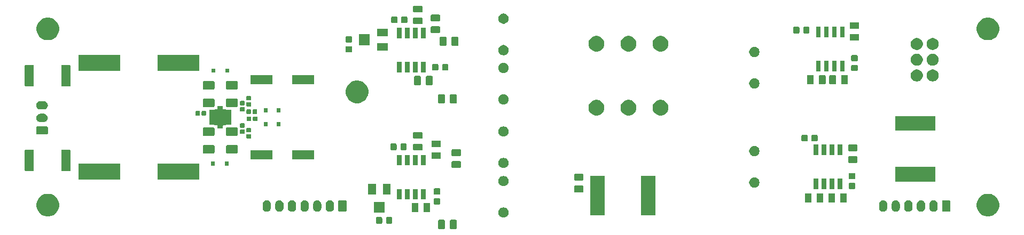
<source format=gbr>
G04 #@! TF.GenerationSoftware,KiCad,Pcbnew,(5.1.0)-1*
G04 #@! TF.CreationDate,2019-06-01T21:06:23-04:00*
G04 #@! TF.ProjectId,preample,70726561-6d70-46c6-952e-6b696361645f,rev?*
G04 #@! TF.SameCoordinates,Original*
G04 #@! TF.FileFunction,Soldermask,Top*
G04 #@! TF.FilePolarity,Negative*
%FSLAX46Y46*%
G04 Gerber Fmt 4.6, Leading zero omitted, Abs format (unit mm)*
G04 Created by KiCad (PCBNEW (5.1.0)-1) date 2019-06-01 21:06:23*
%MOMM*%
%LPD*%
G04 APERTURE LIST*
%ADD10C,0.100000*%
G04 APERTURE END LIST*
D10*
G36*
X115228468Y-84724565D02*
G01*
X115267138Y-84736296D01*
X115302777Y-84755346D01*
X115334017Y-84780983D01*
X115359654Y-84812223D01*
X115378704Y-84847862D01*
X115390435Y-84886532D01*
X115395000Y-84932888D01*
X115395000Y-86009112D01*
X115390435Y-86055468D01*
X115378704Y-86094138D01*
X115359654Y-86129777D01*
X115334017Y-86161017D01*
X115302777Y-86186654D01*
X115267138Y-86205704D01*
X115228468Y-86217435D01*
X115182112Y-86222000D01*
X114530888Y-86222000D01*
X114484532Y-86217435D01*
X114445862Y-86205704D01*
X114410223Y-86186654D01*
X114378983Y-86161017D01*
X114353346Y-86129777D01*
X114334296Y-86094138D01*
X114322565Y-86055468D01*
X114318000Y-86009112D01*
X114318000Y-84932888D01*
X114322565Y-84886532D01*
X114334296Y-84847862D01*
X114353346Y-84812223D01*
X114378983Y-84780983D01*
X114410223Y-84755346D01*
X114445862Y-84736296D01*
X114484532Y-84724565D01*
X114530888Y-84720000D01*
X115182112Y-84720000D01*
X115228468Y-84724565D01*
X115228468Y-84724565D01*
G37*
G36*
X113353468Y-84724565D02*
G01*
X113392138Y-84736296D01*
X113427777Y-84755346D01*
X113459017Y-84780983D01*
X113484654Y-84812223D01*
X113503704Y-84847862D01*
X113515435Y-84886532D01*
X113520000Y-84932888D01*
X113520000Y-86009112D01*
X113515435Y-86055468D01*
X113503704Y-86094138D01*
X113484654Y-86129777D01*
X113459017Y-86161017D01*
X113427777Y-86186654D01*
X113392138Y-86205704D01*
X113353468Y-86217435D01*
X113307112Y-86222000D01*
X112655888Y-86222000D01*
X112609532Y-86217435D01*
X112570862Y-86205704D01*
X112535223Y-86186654D01*
X112503983Y-86161017D01*
X112478346Y-86129777D01*
X112459296Y-86094138D01*
X112447565Y-86055468D01*
X112443000Y-86009112D01*
X112443000Y-84932888D01*
X112447565Y-84886532D01*
X112459296Y-84847862D01*
X112478346Y-84812223D01*
X112503983Y-84780983D01*
X112535223Y-84755346D01*
X112570862Y-84736296D01*
X112609532Y-84724565D01*
X112655888Y-84720000D01*
X113307112Y-84720000D01*
X113353468Y-84724565D01*
X113353468Y-84724565D01*
G37*
G36*
X103440591Y-84314085D02*
G01*
X103474569Y-84324393D01*
X103505890Y-84341134D01*
X103533339Y-84363661D01*
X103555866Y-84391110D01*
X103572607Y-84422431D01*
X103582915Y-84456409D01*
X103587000Y-84497890D01*
X103587000Y-85174110D01*
X103582915Y-85215591D01*
X103572607Y-85249569D01*
X103555866Y-85280890D01*
X103533339Y-85308339D01*
X103505890Y-85330866D01*
X103474569Y-85347607D01*
X103440591Y-85357915D01*
X103399110Y-85362000D01*
X102797890Y-85362000D01*
X102756409Y-85357915D01*
X102722431Y-85347607D01*
X102691110Y-85330866D01*
X102663661Y-85308339D01*
X102641134Y-85280890D01*
X102624393Y-85249569D01*
X102614085Y-85215591D01*
X102610000Y-85174110D01*
X102610000Y-84497890D01*
X102614085Y-84456409D01*
X102624393Y-84422431D01*
X102641134Y-84391110D01*
X102663661Y-84363661D01*
X102691110Y-84341134D01*
X102722431Y-84324393D01*
X102756409Y-84314085D01*
X102797890Y-84310000D01*
X103399110Y-84310000D01*
X103440591Y-84314085D01*
X103440591Y-84314085D01*
G37*
G36*
X105015591Y-84314085D02*
G01*
X105049569Y-84324393D01*
X105080890Y-84341134D01*
X105108339Y-84363661D01*
X105130866Y-84391110D01*
X105147607Y-84422431D01*
X105157915Y-84456409D01*
X105162000Y-84497890D01*
X105162000Y-85174110D01*
X105157915Y-85215591D01*
X105147607Y-85249569D01*
X105130866Y-85280890D01*
X105108339Y-85308339D01*
X105080890Y-85330866D01*
X105049569Y-85347607D01*
X105015591Y-85357915D01*
X104974110Y-85362000D01*
X104372890Y-85362000D01*
X104331409Y-85357915D01*
X104297431Y-85347607D01*
X104266110Y-85330866D01*
X104238661Y-85308339D01*
X104216134Y-85280890D01*
X104199393Y-85249569D01*
X104189085Y-85215591D01*
X104185000Y-85174110D01*
X104185000Y-84497890D01*
X104189085Y-84456409D01*
X104199393Y-84422431D01*
X104216134Y-84391110D01*
X104238661Y-84363661D01*
X104266110Y-84341134D01*
X104297431Y-84324393D01*
X104331409Y-84314085D01*
X104372890Y-84310000D01*
X104974110Y-84310000D01*
X105015591Y-84314085D01*
X105015591Y-84314085D01*
G37*
G36*
X123046142Y-82807742D02*
G01*
X123194101Y-82869029D01*
X123327255Y-82957999D01*
X123440501Y-83071245D01*
X123529471Y-83204399D01*
X123590758Y-83352358D01*
X123622000Y-83509425D01*
X123622000Y-83669575D01*
X123590758Y-83826642D01*
X123529471Y-83974601D01*
X123440501Y-84107755D01*
X123327255Y-84221001D01*
X123194101Y-84309971D01*
X123046142Y-84371258D01*
X122889075Y-84402500D01*
X122728925Y-84402500D01*
X122571858Y-84371258D01*
X122423899Y-84309971D01*
X122290745Y-84221001D01*
X122177499Y-84107755D01*
X122088529Y-83974601D01*
X122027242Y-83826642D01*
X121996000Y-83669575D01*
X121996000Y-83509425D01*
X122027242Y-83352358D01*
X122088529Y-83204399D01*
X122177499Y-83071245D01*
X122290745Y-82957999D01*
X122423899Y-82869029D01*
X122571858Y-82807742D01*
X122728925Y-82776500D01*
X122889075Y-82776500D01*
X123046142Y-82807742D01*
X123046142Y-82807742D01*
G37*
G36*
X200114331Y-80679211D02*
G01*
X200442092Y-80814974D01*
X200737070Y-81012072D01*
X200987928Y-81262930D01*
X201185026Y-81557908D01*
X201320789Y-81885669D01*
X201390000Y-82233616D01*
X201390000Y-82588384D01*
X201320789Y-82936331D01*
X201185026Y-83264092D01*
X200987928Y-83559070D01*
X200737070Y-83809928D01*
X200442092Y-84007026D01*
X200114331Y-84142789D01*
X199766384Y-84212000D01*
X199411616Y-84212000D01*
X199063669Y-84142789D01*
X198735908Y-84007026D01*
X198440930Y-83809928D01*
X198190072Y-83559070D01*
X197992974Y-83264092D01*
X197857211Y-82936331D01*
X197788000Y-82588384D01*
X197788000Y-82233616D01*
X197857211Y-81885669D01*
X197992974Y-81557908D01*
X198190072Y-81262930D01*
X198440930Y-81012072D01*
X198735908Y-80814974D01*
X199063669Y-80679211D01*
X199411616Y-80610000D01*
X199766384Y-80610000D01*
X200114331Y-80679211D01*
X200114331Y-80679211D01*
G37*
G36*
X51114331Y-80679211D02*
G01*
X51442092Y-80814974D01*
X51737070Y-81012072D01*
X51987928Y-81262930D01*
X52185026Y-81557908D01*
X52320789Y-81885669D01*
X52390000Y-82233616D01*
X52390000Y-82588384D01*
X52320789Y-82936331D01*
X52185026Y-83264092D01*
X51987928Y-83559070D01*
X51737070Y-83809928D01*
X51442092Y-84007026D01*
X51114331Y-84142789D01*
X50766384Y-84212000D01*
X50411616Y-84212000D01*
X50063669Y-84142789D01*
X49735908Y-84007026D01*
X49440930Y-83809928D01*
X49190072Y-83559070D01*
X48992974Y-83264092D01*
X48857211Y-82936331D01*
X48788000Y-82588384D01*
X48788000Y-82233616D01*
X48857211Y-81885669D01*
X48992974Y-81557908D01*
X49190072Y-81262930D01*
X49440930Y-81012072D01*
X49735908Y-80814974D01*
X50063669Y-80679211D01*
X50411616Y-80610000D01*
X50766384Y-80610000D01*
X51114331Y-80679211D01*
X51114331Y-80679211D01*
G37*
G36*
X138833000Y-84050000D02*
G01*
X136531000Y-84050000D01*
X136531000Y-77748000D01*
X138833000Y-77748000D01*
X138833000Y-84050000D01*
X138833000Y-84050000D01*
G37*
G36*
X146933000Y-84050000D02*
G01*
X144631000Y-84050000D01*
X144631000Y-77748000D01*
X146933000Y-77748000D01*
X146933000Y-84050000D01*
X146933000Y-84050000D01*
G37*
G36*
X103975000Y-83619000D02*
G01*
X102273000Y-83619000D01*
X102273000Y-81917000D01*
X103975000Y-81917000D01*
X103975000Y-83619000D01*
X103975000Y-83619000D01*
G37*
G36*
X109162468Y-82057565D02*
G01*
X109201138Y-82069296D01*
X109236777Y-82088346D01*
X109268017Y-82113983D01*
X109293654Y-82145223D01*
X109312704Y-82180862D01*
X109324435Y-82219532D01*
X109329000Y-82265888D01*
X109329000Y-83342112D01*
X109324435Y-83388468D01*
X109312704Y-83427138D01*
X109293654Y-83462777D01*
X109268017Y-83494017D01*
X109236777Y-83519654D01*
X109201138Y-83538704D01*
X109162468Y-83550435D01*
X109116112Y-83555000D01*
X108464888Y-83555000D01*
X108418532Y-83550435D01*
X108379862Y-83538704D01*
X108344223Y-83519654D01*
X108312983Y-83494017D01*
X108287346Y-83462777D01*
X108268296Y-83427138D01*
X108256565Y-83388468D01*
X108252000Y-83342112D01*
X108252000Y-82265888D01*
X108256565Y-82219532D01*
X108268296Y-82180862D01*
X108287346Y-82145223D01*
X108312983Y-82113983D01*
X108344223Y-82088346D01*
X108379862Y-82069296D01*
X108418532Y-82057565D01*
X108464888Y-82053000D01*
X109116112Y-82053000D01*
X109162468Y-82057565D01*
X109162468Y-82057565D01*
G37*
G36*
X111037468Y-82057565D02*
G01*
X111076138Y-82069296D01*
X111111777Y-82088346D01*
X111143017Y-82113983D01*
X111168654Y-82145223D01*
X111187704Y-82180862D01*
X111199435Y-82219532D01*
X111204000Y-82265888D01*
X111204000Y-83342112D01*
X111199435Y-83388468D01*
X111187704Y-83427138D01*
X111168654Y-83462777D01*
X111143017Y-83494017D01*
X111111777Y-83519654D01*
X111076138Y-83538704D01*
X111037468Y-83550435D01*
X110991112Y-83555000D01*
X110339888Y-83555000D01*
X110293532Y-83550435D01*
X110254862Y-83538704D01*
X110219223Y-83519654D01*
X110187983Y-83494017D01*
X110162346Y-83462777D01*
X110143296Y-83427138D01*
X110131565Y-83388468D01*
X110127000Y-83342112D01*
X110127000Y-82265888D01*
X110131565Y-82219532D01*
X110143296Y-82180862D01*
X110162346Y-82145223D01*
X110187983Y-82113983D01*
X110219223Y-82088346D01*
X110254862Y-82069296D01*
X110293532Y-82057565D01*
X110339888Y-82053000D01*
X110991112Y-82053000D01*
X111037468Y-82057565D01*
X111037468Y-82057565D01*
G37*
G36*
X191104118Y-81633420D02*
G01*
X191184900Y-81657925D01*
X191226836Y-81670646D01*
X191339925Y-81731094D01*
X191439054Y-81812446D01*
X191520406Y-81911575D01*
X191580854Y-82024664D01*
X191580855Y-82024668D01*
X191618080Y-82147382D01*
X191618080Y-82147384D01*
X191625155Y-82219212D01*
X191627500Y-82243027D01*
X191627500Y-82856973D01*
X191618080Y-82952618D01*
X191616447Y-82958001D01*
X191580854Y-83075336D01*
X191520406Y-83188425D01*
X191439054Y-83287553D01*
X191339924Y-83368906D01*
X191226835Y-83429354D01*
X191207111Y-83435337D01*
X191104117Y-83466580D01*
X190976500Y-83479149D01*
X190848882Y-83466580D01*
X190745888Y-83435337D01*
X190726164Y-83429354D01*
X190613075Y-83368906D01*
X190513947Y-83287554D01*
X190432594Y-83188424D01*
X190372146Y-83075335D01*
X190362460Y-83043403D01*
X190334920Y-82952617D01*
X190325500Y-82856972D01*
X190325500Y-82243027D01*
X190327846Y-82219212D01*
X190334920Y-82147384D01*
X190334920Y-82147382D01*
X190362166Y-82057565D01*
X190372145Y-82024667D01*
X190429695Y-81917000D01*
X190432595Y-81911574D01*
X190453856Y-81885668D01*
X190513947Y-81812446D01*
X190613076Y-81731094D01*
X190726165Y-81670646D01*
X190768101Y-81657925D01*
X190848883Y-81633420D01*
X190976500Y-81620851D01*
X191104118Y-81633420D01*
X191104118Y-81633420D01*
G37*
G36*
X95409618Y-81633420D02*
G01*
X95490400Y-81657925D01*
X95532336Y-81670646D01*
X95645425Y-81731094D01*
X95744554Y-81812446D01*
X95825906Y-81911575D01*
X95886354Y-82024664D01*
X95886355Y-82024668D01*
X95923580Y-82147382D01*
X95923580Y-82147384D01*
X95930655Y-82219212D01*
X95933000Y-82243027D01*
X95933000Y-82856973D01*
X95923580Y-82952618D01*
X95921947Y-82958001D01*
X95886354Y-83075336D01*
X95825906Y-83188425D01*
X95744554Y-83287553D01*
X95645424Y-83368906D01*
X95532335Y-83429354D01*
X95512611Y-83435337D01*
X95409617Y-83466580D01*
X95282000Y-83479149D01*
X95154382Y-83466580D01*
X95051388Y-83435337D01*
X95031664Y-83429354D01*
X94918575Y-83368906D01*
X94819447Y-83287554D01*
X94738094Y-83188424D01*
X94677646Y-83075335D01*
X94667960Y-83043403D01*
X94640420Y-82952617D01*
X94631000Y-82856972D01*
X94631000Y-82243027D01*
X94633346Y-82219212D01*
X94640420Y-82147384D01*
X94640420Y-82147382D01*
X94667666Y-82057565D01*
X94677645Y-82024667D01*
X94735195Y-81917000D01*
X94738095Y-81911574D01*
X94759356Y-81885668D01*
X94819447Y-81812446D01*
X94918576Y-81731094D01*
X95031665Y-81670646D01*
X95073601Y-81657925D01*
X95154383Y-81633420D01*
X95282000Y-81620851D01*
X95409618Y-81633420D01*
X95409618Y-81633420D01*
G37*
G36*
X93409618Y-81633420D02*
G01*
X93490400Y-81657925D01*
X93532336Y-81670646D01*
X93645425Y-81731094D01*
X93744554Y-81812446D01*
X93825906Y-81911575D01*
X93886354Y-82024664D01*
X93886355Y-82024668D01*
X93923580Y-82147382D01*
X93923580Y-82147384D01*
X93930655Y-82219212D01*
X93933000Y-82243027D01*
X93933000Y-82856973D01*
X93923580Y-82952618D01*
X93921947Y-82958001D01*
X93886354Y-83075336D01*
X93825906Y-83188425D01*
X93744554Y-83287553D01*
X93645424Y-83368906D01*
X93532335Y-83429354D01*
X93512611Y-83435337D01*
X93409617Y-83466580D01*
X93282000Y-83479149D01*
X93154382Y-83466580D01*
X93051388Y-83435337D01*
X93031664Y-83429354D01*
X92918575Y-83368906D01*
X92819447Y-83287554D01*
X92738094Y-83188424D01*
X92677646Y-83075335D01*
X92667960Y-83043403D01*
X92640420Y-82952617D01*
X92631000Y-82856972D01*
X92631000Y-82243027D01*
X92633346Y-82219212D01*
X92640420Y-82147384D01*
X92640420Y-82147382D01*
X92667666Y-82057565D01*
X92677645Y-82024667D01*
X92735195Y-81917000D01*
X92738095Y-81911574D01*
X92759356Y-81885668D01*
X92819447Y-81812446D01*
X92918576Y-81731094D01*
X93031665Y-81670646D01*
X93073601Y-81657925D01*
X93154383Y-81633420D01*
X93282000Y-81620851D01*
X93409618Y-81633420D01*
X93409618Y-81633420D01*
G37*
G36*
X91409618Y-81633420D02*
G01*
X91490400Y-81657925D01*
X91532336Y-81670646D01*
X91645425Y-81731094D01*
X91744554Y-81812446D01*
X91825906Y-81911575D01*
X91886354Y-82024664D01*
X91886355Y-82024668D01*
X91923580Y-82147382D01*
X91923580Y-82147384D01*
X91930655Y-82219212D01*
X91933000Y-82243027D01*
X91933000Y-82856973D01*
X91923580Y-82952618D01*
X91921947Y-82958001D01*
X91886354Y-83075336D01*
X91825906Y-83188425D01*
X91744554Y-83287553D01*
X91645424Y-83368906D01*
X91532335Y-83429354D01*
X91512611Y-83435337D01*
X91409617Y-83466580D01*
X91282000Y-83479149D01*
X91154382Y-83466580D01*
X91051388Y-83435337D01*
X91031664Y-83429354D01*
X90918575Y-83368906D01*
X90819447Y-83287554D01*
X90738094Y-83188424D01*
X90677646Y-83075335D01*
X90667960Y-83043403D01*
X90640420Y-82952617D01*
X90631000Y-82856972D01*
X90631000Y-82243027D01*
X90633346Y-82219212D01*
X90640420Y-82147384D01*
X90640420Y-82147382D01*
X90667666Y-82057565D01*
X90677645Y-82024667D01*
X90735195Y-81917000D01*
X90738095Y-81911574D01*
X90759356Y-81885668D01*
X90819447Y-81812446D01*
X90918576Y-81731094D01*
X91031665Y-81670646D01*
X91073601Y-81657925D01*
X91154383Y-81633420D01*
X91282000Y-81620851D01*
X91409618Y-81633420D01*
X91409618Y-81633420D01*
G37*
G36*
X89409618Y-81633420D02*
G01*
X89490400Y-81657925D01*
X89532336Y-81670646D01*
X89645425Y-81731094D01*
X89744554Y-81812446D01*
X89825906Y-81911575D01*
X89886354Y-82024664D01*
X89886355Y-82024668D01*
X89923580Y-82147382D01*
X89923580Y-82147384D01*
X89930655Y-82219212D01*
X89933000Y-82243027D01*
X89933000Y-82856973D01*
X89923580Y-82952618D01*
X89921947Y-82958001D01*
X89886354Y-83075336D01*
X89825906Y-83188425D01*
X89744554Y-83287553D01*
X89645424Y-83368906D01*
X89532335Y-83429354D01*
X89512611Y-83435337D01*
X89409617Y-83466580D01*
X89282000Y-83479149D01*
X89154382Y-83466580D01*
X89051388Y-83435337D01*
X89031664Y-83429354D01*
X88918575Y-83368906D01*
X88819447Y-83287554D01*
X88738094Y-83188424D01*
X88677646Y-83075335D01*
X88667960Y-83043403D01*
X88640420Y-82952617D01*
X88631000Y-82856972D01*
X88631000Y-82243027D01*
X88633346Y-82219212D01*
X88640420Y-82147384D01*
X88640420Y-82147382D01*
X88667666Y-82057565D01*
X88677645Y-82024667D01*
X88735195Y-81917000D01*
X88738095Y-81911574D01*
X88759356Y-81885668D01*
X88819447Y-81812446D01*
X88918576Y-81731094D01*
X89031665Y-81670646D01*
X89073601Y-81657925D01*
X89154383Y-81633420D01*
X89282000Y-81620851D01*
X89409618Y-81633420D01*
X89409618Y-81633420D01*
G37*
G36*
X87409618Y-81633420D02*
G01*
X87490400Y-81657925D01*
X87532336Y-81670646D01*
X87645425Y-81731094D01*
X87744554Y-81812446D01*
X87825906Y-81911575D01*
X87886354Y-82024664D01*
X87886355Y-82024668D01*
X87923580Y-82147382D01*
X87923580Y-82147384D01*
X87930655Y-82219212D01*
X87933000Y-82243027D01*
X87933000Y-82856973D01*
X87923580Y-82952618D01*
X87921947Y-82958001D01*
X87886354Y-83075336D01*
X87825906Y-83188425D01*
X87744554Y-83287553D01*
X87645424Y-83368906D01*
X87532335Y-83429354D01*
X87512611Y-83435337D01*
X87409617Y-83466580D01*
X87282000Y-83479149D01*
X87154382Y-83466580D01*
X87051388Y-83435337D01*
X87031664Y-83429354D01*
X86918575Y-83368906D01*
X86819447Y-83287554D01*
X86738094Y-83188424D01*
X86677646Y-83075335D01*
X86667960Y-83043403D01*
X86640420Y-82952617D01*
X86631000Y-82856972D01*
X86631000Y-82243027D01*
X86633346Y-82219212D01*
X86640420Y-82147384D01*
X86640420Y-82147382D01*
X86667666Y-82057565D01*
X86677645Y-82024667D01*
X86735195Y-81917000D01*
X86738095Y-81911574D01*
X86759356Y-81885668D01*
X86819447Y-81812446D01*
X86918576Y-81731094D01*
X87031665Y-81670646D01*
X87073601Y-81657925D01*
X87154383Y-81633420D01*
X87282000Y-81620851D01*
X87409618Y-81633420D01*
X87409618Y-81633420D01*
G37*
G36*
X85409618Y-81633420D02*
G01*
X85490400Y-81657925D01*
X85532336Y-81670646D01*
X85645425Y-81731094D01*
X85744554Y-81812446D01*
X85825906Y-81911575D01*
X85886354Y-82024664D01*
X85886355Y-82024668D01*
X85923580Y-82147382D01*
X85923580Y-82147384D01*
X85930655Y-82219212D01*
X85933000Y-82243027D01*
X85933000Y-82856973D01*
X85923580Y-82952618D01*
X85921947Y-82958001D01*
X85886354Y-83075336D01*
X85825906Y-83188425D01*
X85744554Y-83287553D01*
X85645424Y-83368906D01*
X85532335Y-83429354D01*
X85512611Y-83435337D01*
X85409617Y-83466580D01*
X85282000Y-83479149D01*
X85154382Y-83466580D01*
X85051388Y-83435337D01*
X85031664Y-83429354D01*
X84918575Y-83368906D01*
X84819447Y-83287554D01*
X84738094Y-83188424D01*
X84677646Y-83075335D01*
X84667960Y-83043403D01*
X84640420Y-82952617D01*
X84631000Y-82856972D01*
X84631000Y-82243027D01*
X84633346Y-82219212D01*
X84640420Y-82147384D01*
X84640420Y-82147382D01*
X84667666Y-82057565D01*
X84677645Y-82024667D01*
X84735195Y-81917000D01*
X84738095Y-81911574D01*
X84759356Y-81885668D01*
X84819447Y-81812446D01*
X84918576Y-81731094D01*
X85031665Y-81670646D01*
X85073601Y-81657925D01*
X85154383Y-81633420D01*
X85282000Y-81620851D01*
X85409618Y-81633420D01*
X85409618Y-81633420D01*
G37*
G36*
X189104118Y-81633420D02*
G01*
X189184900Y-81657925D01*
X189226836Y-81670646D01*
X189339925Y-81731094D01*
X189439054Y-81812446D01*
X189520406Y-81911575D01*
X189580854Y-82024664D01*
X189580855Y-82024668D01*
X189618080Y-82147382D01*
X189618080Y-82147384D01*
X189625155Y-82219212D01*
X189627500Y-82243027D01*
X189627500Y-82856973D01*
X189618080Y-82952618D01*
X189616447Y-82958001D01*
X189580854Y-83075336D01*
X189520406Y-83188425D01*
X189439054Y-83287553D01*
X189339924Y-83368906D01*
X189226835Y-83429354D01*
X189207111Y-83435337D01*
X189104117Y-83466580D01*
X188976500Y-83479149D01*
X188848882Y-83466580D01*
X188745888Y-83435337D01*
X188726164Y-83429354D01*
X188613075Y-83368906D01*
X188513947Y-83287554D01*
X188432594Y-83188424D01*
X188372146Y-83075335D01*
X188362460Y-83043403D01*
X188334920Y-82952617D01*
X188325500Y-82856972D01*
X188325500Y-82243027D01*
X188327846Y-82219212D01*
X188334920Y-82147384D01*
X188334920Y-82147382D01*
X188362166Y-82057565D01*
X188372145Y-82024667D01*
X188429695Y-81917000D01*
X188432595Y-81911574D01*
X188453856Y-81885668D01*
X188513947Y-81812446D01*
X188613076Y-81731094D01*
X188726165Y-81670646D01*
X188768101Y-81657925D01*
X188848883Y-81633420D01*
X188976500Y-81620851D01*
X189104118Y-81633420D01*
X189104118Y-81633420D01*
G37*
G36*
X187104118Y-81633420D02*
G01*
X187184900Y-81657925D01*
X187226836Y-81670646D01*
X187339925Y-81731094D01*
X187439054Y-81812446D01*
X187520406Y-81911575D01*
X187580854Y-82024664D01*
X187580855Y-82024668D01*
X187618080Y-82147382D01*
X187618080Y-82147384D01*
X187625155Y-82219212D01*
X187627500Y-82243027D01*
X187627500Y-82856973D01*
X187618080Y-82952618D01*
X187616447Y-82958001D01*
X187580854Y-83075336D01*
X187520406Y-83188425D01*
X187439054Y-83287553D01*
X187339924Y-83368906D01*
X187226835Y-83429354D01*
X187207111Y-83435337D01*
X187104117Y-83466580D01*
X186976500Y-83479149D01*
X186848882Y-83466580D01*
X186745888Y-83435337D01*
X186726164Y-83429354D01*
X186613075Y-83368906D01*
X186513947Y-83287554D01*
X186432594Y-83188424D01*
X186372146Y-83075335D01*
X186362460Y-83043403D01*
X186334920Y-82952617D01*
X186325500Y-82856972D01*
X186325500Y-82243027D01*
X186327846Y-82219212D01*
X186334920Y-82147384D01*
X186334920Y-82147382D01*
X186362166Y-82057565D01*
X186372145Y-82024667D01*
X186429695Y-81917000D01*
X186432595Y-81911574D01*
X186453856Y-81885668D01*
X186513947Y-81812446D01*
X186613076Y-81731094D01*
X186726165Y-81670646D01*
X186768101Y-81657925D01*
X186848883Y-81633420D01*
X186976500Y-81620851D01*
X187104118Y-81633420D01*
X187104118Y-81633420D01*
G37*
G36*
X185104118Y-81633420D02*
G01*
X185184900Y-81657925D01*
X185226836Y-81670646D01*
X185339925Y-81731094D01*
X185439054Y-81812446D01*
X185520406Y-81911575D01*
X185580854Y-82024664D01*
X185580855Y-82024668D01*
X185618080Y-82147382D01*
X185618080Y-82147384D01*
X185625155Y-82219212D01*
X185627500Y-82243027D01*
X185627500Y-82856973D01*
X185618080Y-82952618D01*
X185616447Y-82958001D01*
X185580854Y-83075336D01*
X185520406Y-83188425D01*
X185439054Y-83287553D01*
X185339924Y-83368906D01*
X185226835Y-83429354D01*
X185207111Y-83435337D01*
X185104117Y-83466580D01*
X184976500Y-83479149D01*
X184848882Y-83466580D01*
X184745888Y-83435337D01*
X184726164Y-83429354D01*
X184613075Y-83368906D01*
X184513947Y-83287554D01*
X184432594Y-83188424D01*
X184372146Y-83075335D01*
X184362460Y-83043403D01*
X184334920Y-82952617D01*
X184325500Y-82856972D01*
X184325500Y-82243027D01*
X184327846Y-82219212D01*
X184334920Y-82147384D01*
X184334920Y-82147382D01*
X184362166Y-82057565D01*
X184372145Y-82024667D01*
X184429695Y-81917000D01*
X184432595Y-81911574D01*
X184453856Y-81885668D01*
X184513947Y-81812446D01*
X184613076Y-81731094D01*
X184726165Y-81670646D01*
X184768101Y-81657925D01*
X184848883Y-81633420D01*
X184976500Y-81620851D01*
X185104118Y-81633420D01*
X185104118Y-81633420D01*
G37*
G36*
X183104118Y-81633420D02*
G01*
X183184900Y-81657925D01*
X183226836Y-81670646D01*
X183339925Y-81731094D01*
X183439054Y-81812446D01*
X183520406Y-81911575D01*
X183580854Y-82024664D01*
X183580855Y-82024668D01*
X183618080Y-82147382D01*
X183618080Y-82147384D01*
X183625155Y-82219212D01*
X183627500Y-82243027D01*
X183627500Y-82856973D01*
X183618080Y-82952618D01*
X183616447Y-82958001D01*
X183580854Y-83075336D01*
X183520406Y-83188425D01*
X183439054Y-83287553D01*
X183339924Y-83368906D01*
X183226835Y-83429354D01*
X183207111Y-83435337D01*
X183104117Y-83466580D01*
X182976500Y-83479149D01*
X182848882Y-83466580D01*
X182745888Y-83435337D01*
X182726164Y-83429354D01*
X182613075Y-83368906D01*
X182513947Y-83287554D01*
X182432594Y-83188424D01*
X182372146Y-83075335D01*
X182362460Y-83043403D01*
X182334920Y-82952617D01*
X182325500Y-82856972D01*
X182325500Y-82243027D01*
X182327846Y-82219212D01*
X182334920Y-82147384D01*
X182334920Y-82147382D01*
X182362166Y-82057565D01*
X182372145Y-82024667D01*
X182429695Y-81917000D01*
X182432595Y-81911574D01*
X182453856Y-81885668D01*
X182513947Y-81812446D01*
X182613076Y-81731094D01*
X182726165Y-81670646D01*
X182768101Y-81657925D01*
X182848883Y-81633420D01*
X182976500Y-81620851D01*
X183104118Y-81633420D01*
X183104118Y-81633420D01*
G37*
G36*
X97773242Y-81628404D02*
G01*
X97810337Y-81639657D01*
X97844515Y-81657925D01*
X97874481Y-81682519D01*
X97899075Y-81712485D01*
X97917343Y-81746663D01*
X97928596Y-81783758D01*
X97933000Y-81828474D01*
X97933000Y-83271526D01*
X97928596Y-83316242D01*
X97917343Y-83353337D01*
X97899075Y-83387515D01*
X97874481Y-83417481D01*
X97844515Y-83442075D01*
X97810337Y-83460343D01*
X97773242Y-83471596D01*
X97728526Y-83476000D01*
X96835474Y-83476000D01*
X96790758Y-83471596D01*
X96753663Y-83460343D01*
X96719485Y-83442075D01*
X96689519Y-83417481D01*
X96664925Y-83387515D01*
X96646657Y-83353337D01*
X96635404Y-83316242D01*
X96631000Y-83271526D01*
X96631000Y-81828474D01*
X96635404Y-81783758D01*
X96646657Y-81746663D01*
X96664925Y-81712485D01*
X96689519Y-81682519D01*
X96719485Y-81657925D01*
X96753663Y-81639657D01*
X96790758Y-81628404D01*
X96835474Y-81624000D01*
X97728526Y-81624000D01*
X97773242Y-81628404D01*
X97773242Y-81628404D01*
G37*
G36*
X193467742Y-81628404D02*
G01*
X193504837Y-81639657D01*
X193539015Y-81657925D01*
X193568981Y-81682519D01*
X193593575Y-81712485D01*
X193611843Y-81746663D01*
X193623096Y-81783758D01*
X193627500Y-81828474D01*
X193627500Y-83271526D01*
X193623096Y-83316242D01*
X193611843Y-83353337D01*
X193593575Y-83387515D01*
X193568981Y-83417481D01*
X193539015Y-83442075D01*
X193504837Y-83460343D01*
X193467742Y-83471596D01*
X193423026Y-83476000D01*
X192529974Y-83476000D01*
X192485258Y-83471596D01*
X192448163Y-83460343D01*
X192413985Y-83442075D01*
X192384019Y-83417481D01*
X192359425Y-83387515D01*
X192341157Y-83353337D01*
X192329904Y-83316242D01*
X192325500Y-83271526D01*
X192325500Y-81828474D01*
X192329904Y-81783758D01*
X192341157Y-81746663D01*
X192359425Y-81712485D01*
X192384019Y-81682519D01*
X192413985Y-81657925D01*
X192448163Y-81639657D01*
X192485258Y-81628404D01*
X192529974Y-81624000D01*
X193423026Y-81624000D01*
X193467742Y-81628404D01*
X193467742Y-81628404D01*
G37*
G36*
X112647591Y-81329085D02*
G01*
X112681569Y-81339393D01*
X112712890Y-81356134D01*
X112740339Y-81378661D01*
X112762866Y-81406110D01*
X112779607Y-81437431D01*
X112789915Y-81471409D01*
X112794000Y-81512890D01*
X112794000Y-82114110D01*
X112789915Y-82155591D01*
X112779607Y-82189569D01*
X112762866Y-82220890D01*
X112740339Y-82248339D01*
X112712890Y-82270866D01*
X112681569Y-82287607D01*
X112647591Y-82297915D01*
X112606110Y-82302000D01*
X111929890Y-82302000D01*
X111888409Y-82297915D01*
X111854431Y-82287607D01*
X111823110Y-82270866D01*
X111795661Y-82248339D01*
X111773134Y-82220890D01*
X111756393Y-82189569D01*
X111746085Y-82155591D01*
X111742000Y-82114110D01*
X111742000Y-81512890D01*
X111746085Y-81471409D01*
X111756393Y-81437431D01*
X111773134Y-81406110D01*
X111795661Y-81378661D01*
X111823110Y-81356134D01*
X111854431Y-81339393D01*
X111888409Y-81329085D01*
X111929890Y-81325000D01*
X112606110Y-81325000D01*
X112647591Y-81329085D01*
X112647591Y-81329085D01*
G37*
G36*
X171470968Y-80533565D02*
G01*
X171509638Y-80545296D01*
X171545277Y-80564346D01*
X171576517Y-80589983D01*
X171602154Y-80621223D01*
X171621204Y-80656862D01*
X171632935Y-80695532D01*
X171637500Y-80741888D01*
X171637500Y-81818112D01*
X171632935Y-81864468D01*
X171621204Y-81903138D01*
X171602154Y-81938777D01*
X171576517Y-81970017D01*
X171545277Y-81995654D01*
X171509638Y-82014704D01*
X171470968Y-82026435D01*
X171424612Y-82031000D01*
X170773388Y-82031000D01*
X170727032Y-82026435D01*
X170688362Y-82014704D01*
X170652723Y-81995654D01*
X170621483Y-81970017D01*
X170595846Y-81938777D01*
X170576796Y-81903138D01*
X170565065Y-81864468D01*
X170560500Y-81818112D01*
X170560500Y-80741888D01*
X170565065Y-80695532D01*
X170576796Y-80656862D01*
X170595846Y-80621223D01*
X170621483Y-80589983D01*
X170652723Y-80564346D01*
X170688362Y-80545296D01*
X170727032Y-80533565D01*
X170773388Y-80529000D01*
X171424612Y-80529000D01*
X171470968Y-80533565D01*
X171470968Y-80533565D01*
G37*
G36*
X177077468Y-80533565D02*
G01*
X177116138Y-80545296D01*
X177151777Y-80564346D01*
X177183017Y-80589983D01*
X177208654Y-80621223D01*
X177227704Y-80656862D01*
X177239435Y-80695532D01*
X177244000Y-80741888D01*
X177244000Y-81818112D01*
X177239435Y-81864468D01*
X177227704Y-81903138D01*
X177208654Y-81938777D01*
X177183017Y-81970017D01*
X177151777Y-81995654D01*
X177116138Y-82014704D01*
X177077468Y-82026435D01*
X177031112Y-82031000D01*
X176379888Y-82031000D01*
X176333532Y-82026435D01*
X176294862Y-82014704D01*
X176259223Y-81995654D01*
X176227983Y-81970017D01*
X176202346Y-81938777D01*
X176183296Y-81903138D01*
X176171565Y-81864468D01*
X176167000Y-81818112D01*
X176167000Y-80741888D01*
X176171565Y-80695532D01*
X176183296Y-80656862D01*
X176202346Y-80621223D01*
X176227983Y-80589983D01*
X176259223Y-80564346D01*
X176294862Y-80545296D01*
X176333532Y-80533565D01*
X176379888Y-80529000D01*
X177031112Y-80529000D01*
X177077468Y-80533565D01*
X177077468Y-80533565D01*
G37*
G36*
X173345968Y-80533565D02*
G01*
X173384638Y-80545296D01*
X173420277Y-80564346D01*
X173451517Y-80589983D01*
X173477154Y-80621223D01*
X173496204Y-80656862D01*
X173507935Y-80695532D01*
X173512500Y-80741888D01*
X173512500Y-81818112D01*
X173507935Y-81864468D01*
X173496204Y-81903138D01*
X173477154Y-81938777D01*
X173451517Y-81970017D01*
X173420277Y-81995654D01*
X173384638Y-82014704D01*
X173345968Y-82026435D01*
X173299612Y-82031000D01*
X172648388Y-82031000D01*
X172602032Y-82026435D01*
X172563362Y-82014704D01*
X172527723Y-81995654D01*
X172496483Y-81970017D01*
X172470846Y-81938777D01*
X172451796Y-81903138D01*
X172440065Y-81864468D01*
X172435500Y-81818112D01*
X172435500Y-80741888D01*
X172440065Y-80695532D01*
X172451796Y-80656862D01*
X172470846Y-80621223D01*
X172496483Y-80589983D01*
X172527723Y-80564346D01*
X172563362Y-80545296D01*
X172602032Y-80533565D01*
X172648388Y-80529000D01*
X173299612Y-80529000D01*
X173345968Y-80533565D01*
X173345968Y-80533565D01*
G37*
G36*
X175202468Y-80533565D02*
G01*
X175241138Y-80545296D01*
X175276777Y-80564346D01*
X175308017Y-80589983D01*
X175333654Y-80621223D01*
X175352704Y-80656862D01*
X175364435Y-80695532D01*
X175369000Y-80741888D01*
X175369000Y-81818112D01*
X175364435Y-81864468D01*
X175352704Y-81903138D01*
X175333654Y-81938777D01*
X175308017Y-81970017D01*
X175276777Y-81995654D01*
X175241138Y-82014704D01*
X175202468Y-82026435D01*
X175156112Y-82031000D01*
X174504888Y-82031000D01*
X174458532Y-82026435D01*
X174419862Y-82014704D01*
X174384223Y-81995654D01*
X174352983Y-81970017D01*
X174327346Y-81938777D01*
X174308296Y-81903138D01*
X174296565Y-81864468D01*
X174292000Y-81818112D01*
X174292000Y-80741888D01*
X174296565Y-80695532D01*
X174308296Y-80656862D01*
X174327346Y-80621223D01*
X174352983Y-80589983D01*
X174384223Y-80564346D01*
X174419862Y-80545296D01*
X174458532Y-80533565D01*
X174504888Y-80529000D01*
X175156112Y-80529000D01*
X175202468Y-80533565D01*
X175202468Y-80533565D01*
G37*
G36*
X109190000Y-81504000D02*
G01*
X108488000Y-81504000D01*
X108488000Y-79852000D01*
X109190000Y-79852000D01*
X109190000Y-81504000D01*
X109190000Y-81504000D01*
G37*
G36*
X107920000Y-81504000D02*
G01*
X107218000Y-81504000D01*
X107218000Y-79852000D01*
X107920000Y-79852000D01*
X107920000Y-81504000D01*
X107920000Y-81504000D01*
G37*
G36*
X106650000Y-81504000D02*
G01*
X105948000Y-81504000D01*
X105948000Y-79852000D01*
X106650000Y-79852000D01*
X106650000Y-81504000D01*
X106650000Y-81504000D01*
G37*
G36*
X110460000Y-81504000D02*
G01*
X109758000Y-81504000D01*
X109758000Y-79852000D01*
X110460000Y-79852000D01*
X110460000Y-81504000D01*
X110460000Y-81504000D01*
G37*
G36*
X112647591Y-79754085D02*
G01*
X112681569Y-79764393D01*
X112712890Y-79781134D01*
X112740339Y-79803661D01*
X112762866Y-79831110D01*
X112779607Y-79862431D01*
X112789915Y-79896409D01*
X112794000Y-79937890D01*
X112794000Y-80539110D01*
X112789915Y-80580591D01*
X112779607Y-80614569D01*
X112762866Y-80645890D01*
X112740339Y-80673339D01*
X112712890Y-80695866D01*
X112681569Y-80712607D01*
X112647591Y-80722915D01*
X112606110Y-80727000D01*
X111929890Y-80727000D01*
X111888409Y-80722915D01*
X111854431Y-80712607D01*
X111823110Y-80695866D01*
X111795661Y-80673339D01*
X111773134Y-80645890D01*
X111756393Y-80614569D01*
X111746085Y-80580591D01*
X111742000Y-80539110D01*
X111742000Y-79937890D01*
X111746085Y-79896409D01*
X111756393Y-79862431D01*
X111773134Y-79831110D01*
X111795661Y-79803661D01*
X111823110Y-79781134D01*
X111854431Y-79764393D01*
X111888409Y-79754085D01*
X111929890Y-79750000D01*
X112606110Y-79750000D01*
X112647591Y-79754085D01*
X112647591Y-79754085D01*
G37*
G36*
X104870000Y-80719000D02*
G01*
X103678000Y-80719000D01*
X103678000Y-79017000D01*
X104870000Y-79017000D01*
X104870000Y-80719000D01*
X104870000Y-80719000D01*
G37*
G36*
X102570000Y-80719000D02*
G01*
X101378000Y-80719000D01*
X101378000Y-79017000D01*
X102570000Y-79017000D01*
X102570000Y-80719000D01*
X102570000Y-80719000D01*
G37*
G36*
X135331468Y-79319065D02*
G01*
X135370138Y-79330796D01*
X135405777Y-79349846D01*
X135437017Y-79375483D01*
X135462654Y-79406723D01*
X135481704Y-79442362D01*
X135493435Y-79481032D01*
X135498000Y-79527388D01*
X135498000Y-80178612D01*
X135493435Y-80224968D01*
X135481704Y-80263638D01*
X135462654Y-80299277D01*
X135437017Y-80330517D01*
X135405777Y-80356154D01*
X135370138Y-80375204D01*
X135331468Y-80386935D01*
X135285112Y-80391500D01*
X134208888Y-80391500D01*
X134162532Y-80386935D01*
X134123862Y-80375204D01*
X134088223Y-80356154D01*
X134056983Y-80330517D01*
X134031346Y-80299277D01*
X134012296Y-80263638D01*
X134000565Y-80224968D01*
X133996000Y-80178612D01*
X133996000Y-79527388D01*
X134000565Y-79481032D01*
X134012296Y-79442362D01*
X134031346Y-79406723D01*
X134056983Y-79375483D01*
X134088223Y-79349846D01*
X134123862Y-79330796D01*
X134162532Y-79319065D01*
X134208888Y-79314500D01*
X135285112Y-79314500D01*
X135331468Y-79319065D01*
X135331468Y-79319065D01*
G37*
G36*
X178433591Y-78890585D02*
G01*
X178467569Y-78900893D01*
X178498890Y-78917634D01*
X178526339Y-78940161D01*
X178548866Y-78967610D01*
X178565607Y-78998931D01*
X178575915Y-79032909D01*
X178580000Y-79074390D01*
X178580000Y-79675610D01*
X178575915Y-79717091D01*
X178565607Y-79751069D01*
X178548866Y-79782390D01*
X178526339Y-79809839D01*
X178498890Y-79832366D01*
X178467569Y-79849107D01*
X178433591Y-79859415D01*
X178392110Y-79863500D01*
X177715890Y-79863500D01*
X177674409Y-79859415D01*
X177640431Y-79849107D01*
X177609110Y-79832366D01*
X177581661Y-79809839D01*
X177559134Y-79782390D01*
X177542393Y-79751069D01*
X177532085Y-79717091D01*
X177528000Y-79675610D01*
X177528000Y-79074390D01*
X177532085Y-79032909D01*
X177542393Y-78998931D01*
X177559134Y-78967610D01*
X177581661Y-78940161D01*
X177609110Y-78917634D01*
X177640431Y-78900893D01*
X177674409Y-78890585D01*
X177715890Y-78886500D01*
X178392110Y-78886500D01*
X178433591Y-78890585D01*
X178433591Y-78890585D01*
G37*
G36*
X173960000Y-79853000D02*
G01*
X173258000Y-79853000D01*
X173258000Y-78201000D01*
X173960000Y-78201000D01*
X173960000Y-79853000D01*
X173960000Y-79853000D01*
G37*
G36*
X176500000Y-79853000D02*
G01*
X175798000Y-79853000D01*
X175798000Y-78201000D01*
X176500000Y-78201000D01*
X176500000Y-79853000D01*
X176500000Y-79853000D01*
G37*
G36*
X172690000Y-79853000D02*
G01*
X171988000Y-79853000D01*
X171988000Y-78201000D01*
X172690000Y-78201000D01*
X172690000Y-79853000D01*
X172690000Y-79853000D01*
G37*
G36*
X175230000Y-79853000D02*
G01*
X174528000Y-79853000D01*
X174528000Y-78201000D01*
X175230000Y-78201000D01*
X175230000Y-79853000D01*
X175230000Y-79853000D01*
G37*
G36*
X162797142Y-78045242D02*
G01*
X162945101Y-78106529D01*
X163078255Y-78195499D01*
X163191501Y-78308745D01*
X163280471Y-78441899D01*
X163341758Y-78589858D01*
X163373000Y-78746925D01*
X163373000Y-78907075D01*
X163341758Y-79064142D01*
X163280471Y-79212101D01*
X163191501Y-79345255D01*
X163078255Y-79458501D01*
X162945101Y-79547471D01*
X162797142Y-79608758D01*
X162640075Y-79640000D01*
X162479925Y-79640000D01*
X162322858Y-79608758D01*
X162174899Y-79547471D01*
X162041745Y-79458501D01*
X161928499Y-79345255D01*
X161839529Y-79212101D01*
X161778242Y-79064142D01*
X161747000Y-78907075D01*
X161747000Y-78746925D01*
X161778242Y-78589858D01*
X161839529Y-78441899D01*
X161928499Y-78308745D01*
X162041745Y-78195499D01*
X162174899Y-78106529D01*
X162322858Y-78045242D01*
X162479925Y-78014000D01*
X162640075Y-78014000D01*
X162797142Y-78045242D01*
X162797142Y-78045242D01*
G37*
G36*
X123046142Y-77807742D02*
G01*
X123194101Y-77869029D01*
X123327255Y-77957999D01*
X123440501Y-78071245D01*
X123529471Y-78204399D01*
X123590758Y-78352358D01*
X123622000Y-78509425D01*
X123622000Y-78669575D01*
X123590758Y-78826642D01*
X123529471Y-78974601D01*
X123440501Y-79107755D01*
X123327255Y-79221001D01*
X123194101Y-79309971D01*
X123046142Y-79371258D01*
X122889075Y-79402500D01*
X122728925Y-79402500D01*
X122571858Y-79371258D01*
X122423899Y-79309971D01*
X122290745Y-79221001D01*
X122177499Y-79107755D01*
X122088529Y-78974601D01*
X122027242Y-78826642D01*
X121996000Y-78669575D01*
X121996000Y-78509425D01*
X122027242Y-78352358D01*
X122088529Y-78204399D01*
X122177499Y-78071245D01*
X122290745Y-77957999D01*
X122423899Y-77869029D01*
X122571858Y-77807742D01*
X122728925Y-77776500D01*
X122889075Y-77776500D01*
X123046142Y-77807742D01*
X123046142Y-77807742D01*
G37*
G36*
X191238000Y-78656500D02*
G01*
X184936000Y-78656500D01*
X184936000Y-76354500D01*
X191238000Y-76354500D01*
X191238000Y-78656500D01*
X191238000Y-78656500D01*
G37*
G36*
X135331468Y-77444065D02*
G01*
X135370138Y-77455796D01*
X135405777Y-77474846D01*
X135437017Y-77500483D01*
X135462654Y-77531723D01*
X135481704Y-77567362D01*
X135493435Y-77606032D01*
X135498000Y-77652388D01*
X135498000Y-78303612D01*
X135493435Y-78349968D01*
X135481704Y-78388638D01*
X135462654Y-78424277D01*
X135437017Y-78455517D01*
X135405777Y-78481154D01*
X135370138Y-78500204D01*
X135331468Y-78511935D01*
X135285112Y-78516500D01*
X134208888Y-78516500D01*
X134162532Y-78511935D01*
X134123862Y-78500204D01*
X134088223Y-78481154D01*
X134056983Y-78455517D01*
X134031346Y-78424277D01*
X134012296Y-78388638D01*
X134000565Y-78349968D01*
X133996000Y-78303612D01*
X133996000Y-77652388D01*
X134000565Y-77606032D01*
X134012296Y-77567362D01*
X134031346Y-77531723D01*
X134056983Y-77500483D01*
X134088223Y-77474846D01*
X134123862Y-77455796D01*
X134162532Y-77444065D01*
X134208888Y-77439500D01*
X135285112Y-77439500D01*
X135331468Y-77444065D01*
X135331468Y-77444065D01*
G37*
G36*
X62048000Y-78390000D02*
G01*
X55446000Y-78390000D01*
X55446000Y-75788000D01*
X62048000Y-75788000D01*
X62048000Y-78390000D01*
X62048000Y-78390000D01*
G37*
G36*
X74548000Y-78390000D02*
G01*
X67946000Y-78390000D01*
X67946000Y-75788000D01*
X74548000Y-75788000D01*
X74548000Y-78390000D01*
X74548000Y-78390000D01*
G37*
G36*
X178433591Y-77315585D02*
G01*
X178467569Y-77325893D01*
X178498890Y-77342634D01*
X178526339Y-77365161D01*
X178548866Y-77392610D01*
X178565607Y-77423931D01*
X178575915Y-77457909D01*
X178580000Y-77499390D01*
X178580000Y-78100610D01*
X178575915Y-78142091D01*
X178565607Y-78176069D01*
X178548866Y-78207390D01*
X178526339Y-78234839D01*
X178498890Y-78257366D01*
X178467569Y-78274107D01*
X178433591Y-78284415D01*
X178392110Y-78288500D01*
X177715890Y-78288500D01*
X177674409Y-78284415D01*
X177640431Y-78274107D01*
X177609110Y-78257366D01*
X177581661Y-78234839D01*
X177559134Y-78207390D01*
X177542393Y-78176069D01*
X177532085Y-78142091D01*
X177528000Y-78100610D01*
X177528000Y-77499390D01*
X177532085Y-77457909D01*
X177542393Y-77423931D01*
X177559134Y-77392610D01*
X177581661Y-77365161D01*
X177609110Y-77342634D01*
X177640431Y-77325893D01*
X177674409Y-77315585D01*
X177715890Y-77311500D01*
X178392110Y-77311500D01*
X178433591Y-77315585D01*
X178433591Y-77315585D01*
G37*
G36*
X54018798Y-73589247D02*
G01*
X54054367Y-73600037D01*
X54087139Y-73617554D01*
X54115869Y-73641131D01*
X54139446Y-73669861D01*
X54156963Y-73702633D01*
X54167753Y-73738202D01*
X54172000Y-73781325D01*
X54172000Y-76840675D01*
X54167753Y-76883798D01*
X54156963Y-76919367D01*
X54139446Y-76952139D01*
X54115869Y-76980869D01*
X54087139Y-77004446D01*
X54054367Y-77021963D01*
X54018798Y-77032753D01*
X53975675Y-77037000D01*
X52916325Y-77037000D01*
X52873202Y-77032753D01*
X52837633Y-77021963D01*
X52804861Y-77004446D01*
X52776131Y-76980869D01*
X52752554Y-76952139D01*
X52735037Y-76919367D01*
X52724247Y-76883798D01*
X52720000Y-76840675D01*
X52720000Y-73781325D01*
X52724247Y-73738202D01*
X52735037Y-73702633D01*
X52752554Y-73669861D01*
X52776131Y-73641131D01*
X52804861Y-73617554D01*
X52837633Y-73600037D01*
X52873202Y-73589247D01*
X52916325Y-73585000D01*
X53975675Y-73585000D01*
X54018798Y-73589247D01*
X54018798Y-73589247D01*
G37*
G36*
X48218798Y-73589247D02*
G01*
X48254367Y-73600037D01*
X48287139Y-73617554D01*
X48315869Y-73641131D01*
X48339446Y-73669861D01*
X48356963Y-73702633D01*
X48367753Y-73738202D01*
X48372000Y-73781325D01*
X48372000Y-76840675D01*
X48367753Y-76883798D01*
X48356963Y-76919367D01*
X48339446Y-76952139D01*
X48315869Y-76980869D01*
X48287139Y-77004446D01*
X48254367Y-77021963D01*
X48218798Y-77032753D01*
X48175675Y-77037000D01*
X47116325Y-77037000D01*
X47073202Y-77032753D01*
X47037633Y-77021963D01*
X47004861Y-77004446D01*
X46976131Y-76980869D01*
X46952554Y-76952139D01*
X46935037Y-76919367D01*
X46924247Y-76883798D01*
X46920000Y-76840675D01*
X46920000Y-73781325D01*
X46924247Y-73738202D01*
X46935037Y-73702633D01*
X46952554Y-73669861D01*
X46976131Y-73641131D01*
X47004861Y-73617554D01*
X47037633Y-73600037D01*
X47073202Y-73589247D01*
X47116325Y-73585000D01*
X48175675Y-73585000D01*
X48218798Y-73589247D01*
X48218798Y-73589247D01*
G37*
G36*
X123046142Y-74933742D02*
G01*
X123194101Y-74995029D01*
X123327255Y-75083999D01*
X123440501Y-75197245D01*
X123529471Y-75330399D01*
X123590758Y-75478358D01*
X123622000Y-75635425D01*
X123622000Y-75795575D01*
X123590758Y-75952642D01*
X123529471Y-76100601D01*
X123440501Y-76233755D01*
X123327255Y-76347001D01*
X123194101Y-76435971D01*
X123046142Y-76497258D01*
X122889075Y-76528500D01*
X122728925Y-76528500D01*
X122571858Y-76497258D01*
X122423899Y-76435971D01*
X122290745Y-76347001D01*
X122177499Y-76233755D01*
X122088529Y-76100601D01*
X122027242Y-75952642D01*
X121996000Y-75795575D01*
X121996000Y-75635425D01*
X122027242Y-75478358D01*
X122088529Y-75330399D01*
X122177499Y-75197245D01*
X122290745Y-75083999D01*
X122423899Y-74995029D01*
X122571858Y-74933742D01*
X122728925Y-74902500D01*
X122889075Y-74902500D01*
X123046142Y-74933742D01*
X123046142Y-74933742D01*
G37*
G36*
X115900468Y-75412065D02*
G01*
X115939138Y-75423796D01*
X115974777Y-75442846D01*
X116006017Y-75468483D01*
X116031654Y-75499723D01*
X116050704Y-75535362D01*
X116062435Y-75574032D01*
X116067000Y-75620388D01*
X116067000Y-76271612D01*
X116062435Y-76317968D01*
X116050704Y-76356638D01*
X116031654Y-76392277D01*
X116006017Y-76423517D01*
X115974777Y-76449154D01*
X115939138Y-76468204D01*
X115900468Y-76479935D01*
X115854112Y-76484500D01*
X114777888Y-76484500D01*
X114731532Y-76479935D01*
X114692862Y-76468204D01*
X114657223Y-76449154D01*
X114625983Y-76423517D01*
X114600346Y-76392277D01*
X114581296Y-76356638D01*
X114569565Y-76317968D01*
X114565000Y-76271612D01*
X114565000Y-75620388D01*
X114569565Y-75574032D01*
X114581296Y-75535362D01*
X114600346Y-75499723D01*
X114625983Y-75468483D01*
X114657223Y-75442846D01*
X114692862Y-75423796D01*
X114731532Y-75412065D01*
X114777888Y-75407500D01*
X115854112Y-75407500D01*
X115900468Y-75412065D01*
X115900468Y-75412065D01*
G37*
G36*
X79252000Y-76120000D02*
G01*
X78650000Y-76120000D01*
X78650000Y-75518000D01*
X79252000Y-75518000D01*
X79252000Y-76120000D01*
X79252000Y-76120000D01*
G37*
G36*
X77052000Y-76120000D02*
G01*
X76450000Y-76120000D01*
X76450000Y-75518000D01*
X77052000Y-75518000D01*
X77052000Y-76120000D01*
X77052000Y-76120000D01*
G37*
G36*
X109190000Y-76104000D02*
G01*
X108488000Y-76104000D01*
X108488000Y-74452000D01*
X109190000Y-74452000D01*
X109190000Y-76104000D01*
X109190000Y-76104000D01*
G37*
G36*
X110460000Y-76104000D02*
G01*
X109758000Y-76104000D01*
X109758000Y-74452000D01*
X110460000Y-74452000D01*
X110460000Y-76104000D01*
X110460000Y-76104000D01*
G37*
G36*
X107920000Y-76104000D02*
G01*
X107218000Y-76104000D01*
X107218000Y-74452000D01*
X107920000Y-74452000D01*
X107920000Y-76104000D01*
X107920000Y-76104000D01*
G37*
G36*
X106650000Y-76104000D02*
G01*
X105948000Y-76104000D01*
X105948000Y-74452000D01*
X106650000Y-74452000D01*
X106650000Y-76104000D01*
X106650000Y-76104000D01*
G37*
G36*
X178765468Y-74650065D02*
G01*
X178804138Y-74661796D01*
X178839777Y-74680846D01*
X178871017Y-74706483D01*
X178896654Y-74737723D01*
X178915704Y-74773362D01*
X178927435Y-74812032D01*
X178932000Y-74858388D01*
X178932000Y-75509612D01*
X178927435Y-75555968D01*
X178915704Y-75594638D01*
X178896654Y-75630277D01*
X178871017Y-75661517D01*
X178839777Y-75687154D01*
X178804138Y-75706204D01*
X178765468Y-75717935D01*
X178719112Y-75722500D01*
X177642888Y-75722500D01*
X177596532Y-75717935D01*
X177557862Y-75706204D01*
X177522223Y-75687154D01*
X177490983Y-75661517D01*
X177465346Y-75630277D01*
X177446296Y-75594638D01*
X177434565Y-75555968D01*
X177430000Y-75509612D01*
X177430000Y-74858388D01*
X177434565Y-74812032D01*
X177446296Y-74773362D01*
X177465346Y-74737723D01*
X177490983Y-74706483D01*
X177522223Y-74680846D01*
X177557862Y-74661796D01*
X177596532Y-74650065D01*
X177642888Y-74645500D01*
X178719112Y-74645500D01*
X178765468Y-74650065D01*
X178765468Y-74650065D01*
G37*
G36*
X92808000Y-75123000D02*
G01*
X89306000Y-75123000D01*
X89306000Y-73721000D01*
X92808000Y-73721000D01*
X92808000Y-75123000D01*
X92808000Y-75123000D01*
G37*
G36*
X86208000Y-75123000D02*
G01*
X82706000Y-75123000D01*
X82706000Y-73721000D01*
X86208000Y-73721000D01*
X86208000Y-75123000D01*
X86208000Y-75123000D01*
G37*
G36*
X112725468Y-74015065D02*
G01*
X112764138Y-74026796D01*
X112799777Y-74045846D01*
X112831017Y-74071483D01*
X112856654Y-74102723D01*
X112875704Y-74138362D01*
X112887435Y-74177032D01*
X112892000Y-74223388D01*
X112892000Y-74874612D01*
X112887435Y-74920968D01*
X112875704Y-74959638D01*
X112856654Y-74995277D01*
X112831017Y-75026517D01*
X112799777Y-75052154D01*
X112764138Y-75071204D01*
X112725468Y-75082935D01*
X112679112Y-75087500D01*
X111602888Y-75087500D01*
X111556532Y-75082935D01*
X111517862Y-75071204D01*
X111482223Y-75052154D01*
X111450983Y-75026517D01*
X111425346Y-74995277D01*
X111406296Y-74959638D01*
X111394565Y-74920968D01*
X111390000Y-74874612D01*
X111390000Y-74223388D01*
X111394565Y-74177032D01*
X111406296Y-74138362D01*
X111425346Y-74102723D01*
X111450983Y-74071483D01*
X111482223Y-74045846D01*
X111517862Y-74026796D01*
X111556532Y-74015065D01*
X111602888Y-74010500D01*
X112679112Y-74010500D01*
X112725468Y-74015065D01*
X112725468Y-74015065D01*
G37*
G36*
X162797142Y-73045242D02*
G01*
X162945101Y-73106529D01*
X163078255Y-73195499D01*
X163191501Y-73308745D01*
X163280471Y-73441899D01*
X163341758Y-73589858D01*
X163373000Y-73746925D01*
X163373000Y-73907075D01*
X163341758Y-74064142D01*
X163280471Y-74212101D01*
X163191501Y-74345255D01*
X163078255Y-74458501D01*
X162945101Y-74547471D01*
X162797142Y-74608758D01*
X162640075Y-74640000D01*
X162479925Y-74640000D01*
X162322858Y-74608758D01*
X162174899Y-74547471D01*
X162041745Y-74458501D01*
X161928499Y-74345255D01*
X161839529Y-74212101D01*
X161778242Y-74064142D01*
X161747000Y-73907075D01*
X161747000Y-73746925D01*
X161778242Y-73589858D01*
X161839529Y-73441899D01*
X161928499Y-73308745D01*
X162041745Y-73195499D01*
X162174899Y-73106529D01*
X162322858Y-73045242D01*
X162479925Y-73014000D01*
X162640075Y-73014000D01*
X162797142Y-73045242D01*
X162797142Y-73045242D01*
G37*
G36*
X115900468Y-73537065D02*
G01*
X115939138Y-73548796D01*
X115974777Y-73567846D01*
X116006017Y-73593483D01*
X116031654Y-73624723D01*
X116050704Y-73660362D01*
X116062435Y-73699032D01*
X116067000Y-73745388D01*
X116067000Y-74396612D01*
X116062435Y-74442968D01*
X116050704Y-74481638D01*
X116031654Y-74517277D01*
X116006017Y-74548517D01*
X115974777Y-74574154D01*
X115939138Y-74593204D01*
X115900468Y-74604935D01*
X115854112Y-74609500D01*
X114777888Y-74609500D01*
X114731532Y-74604935D01*
X114692862Y-74593204D01*
X114657223Y-74574154D01*
X114625983Y-74548517D01*
X114600346Y-74517277D01*
X114581296Y-74481638D01*
X114569565Y-74442968D01*
X114565000Y-74396612D01*
X114565000Y-73745388D01*
X114569565Y-73699032D01*
X114581296Y-73660362D01*
X114600346Y-73624723D01*
X114625983Y-73593483D01*
X114657223Y-73567846D01*
X114692862Y-73548796D01*
X114731532Y-73537065D01*
X114777888Y-73532500D01*
X115854112Y-73532500D01*
X115900468Y-73537065D01*
X115900468Y-73537065D01*
G37*
G36*
X173960000Y-74453000D02*
G01*
X173258000Y-74453000D01*
X173258000Y-72801000D01*
X173960000Y-72801000D01*
X173960000Y-74453000D01*
X173960000Y-74453000D01*
G37*
G36*
X175230000Y-74453000D02*
G01*
X174528000Y-74453000D01*
X174528000Y-72801000D01*
X175230000Y-72801000D01*
X175230000Y-74453000D01*
X175230000Y-74453000D01*
G37*
G36*
X172690000Y-74453000D02*
G01*
X171988000Y-74453000D01*
X171988000Y-72801000D01*
X172690000Y-72801000D01*
X172690000Y-74453000D01*
X172690000Y-74453000D01*
G37*
G36*
X176500000Y-74453000D02*
G01*
X175798000Y-74453000D01*
X175798000Y-72801000D01*
X176500000Y-72801000D01*
X176500000Y-74453000D01*
X176500000Y-74453000D01*
G37*
G36*
X80524604Y-72867347D02*
G01*
X80561144Y-72878432D01*
X80594821Y-72896433D01*
X80624341Y-72920659D01*
X80648567Y-72950179D01*
X80666568Y-72983856D01*
X80677653Y-73020396D01*
X80682000Y-73064538D01*
X80682000Y-74013462D01*
X80677653Y-74057604D01*
X80666568Y-74094144D01*
X80648567Y-74127821D01*
X80624341Y-74157341D01*
X80594821Y-74181567D01*
X80561144Y-74199568D01*
X80524604Y-74210653D01*
X80480462Y-74215000D01*
X79031538Y-74215000D01*
X78987396Y-74210653D01*
X78950856Y-74199568D01*
X78917179Y-74181567D01*
X78887659Y-74157341D01*
X78863433Y-74127821D01*
X78845432Y-74094144D01*
X78834347Y-74057604D01*
X78830000Y-74013462D01*
X78830000Y-73064538D01*
X78834347Y-73020396D01*
X78845432Y-72983856D01*
X78863433Y-72950179D01*
X78887659Y-72920659D01*
X78917179Y-72896433D01*
X78950856Y-72878432D01*
X78987396Y-72867347D01*
X79031538Y-72863000D01*
X80480462Y-72863000D01*
X80524604Y-72867347D01*
X80524604Y-72867347D01*
G37*
G36*
X76841604Y-72867347D02*
G01*
X76878144Y-72878432D01*
X76911821Y-72896433D01*
X76941341Y-72920659D01*
X76965567Y-72950179D01*
X76983568Y-72983856D01*
X76994653Y-73020396D01*
X76999000Y-73064538D01*
X76999000Y-74013462D01*
X76994653Y-74057604D01*
X76983568Y-74094144D01*
X76965567Y-74127821D01*
X76941341Y-74157341D01*
X76911821Y-74181567D01*
X76878144Y-74199568D01*
X76841604Y-74210653D01*
X76797462Y-74215000D01*
X75348538Y-74215000D01*
X75304396Y-74210653D01*
X75267856Y-74199568D01*
X75234179Y-74181567D01*
X75204659Y-74157341D01*
X75180433Y-74127821D01*
X75162432Y-74094144D01*
X75151347Y-74057604D01*
X75147000Y-74013462D01*
X75147000Y-73064538D01*
X75151347Y-73020396D01*
X75162432Y-72983856D01*
X75180433Y-72950179D01*
X75204659Y-72920659D01*
X75234179Y-72896433D01*
X75267856Y-72878432D01*
X75304396Y-72867347D01*
X75348538Y-72863000D01*
X76797462Y-72863000D01*
X76841604Y-72867347D01*
X76841604Y-72867347D01*
G37*
G36*
X178765468Y-72775065D02*
G01*
X178804138Y-72786796D01*
X178839777Y-72805846D01*
X178871017Y-72831483D01*
X178896654Y-72862723D01*
X178915704Y-72898362D01*
X178927435Y-72937032D01*
X178932000Y-72983388D01*
X178932000Y-73634612D01*
X178927435Y-73680968D01*
X178915704Y-73719638D01*
X178896654Y-73755277D01*
X178871017Y-73786517D01*
X178839777Y-73812154D01*
X178804138Y-73831204D01*
X178765468Y-73842935D01*
X178719112Y-73847500D01*
X177642888Y-73847500D01*
X177596532Y-73842935D01*
X177557862Y-73831204D01*
X177522223Y-73812154D01*
X177490983Y-73786517D01*
X177465346Y-73755277D01*
X177446296Y-73719638D01*
X177434565Y-73680968D01*
X177430000Y-73634612D01*
X177430000Y-72983388D01*
X177434565Y-72937032D01*
X177446296Y-72898362D01*
X177465346Y-72862723D01*
X177490983Y-72831483D01*
X177522223Y-72805846D01*
X177557862Y-72786796D01*
X177596532Y-72775065D01*
X177642888Y-72770500D01*
X178719112Y-72770500D01*
X178765468Y-72775065D01*
X178765468Y-72775065D01*
G37*
G36*
X109804468Y-72666565D02*
G01*
X109843138Y-72678296D01*
X109878777Y-72697346D01*
X109910017Y-72722983D01*
X109935654Y-72754223D01*
X109954704Y-72789862D01*
X109966435Y-72828532D01*
X109971000Y-72874888D01*
X109971000Y-73526112D01*
X109966435Y-73572468D01*
X109954704Y-73611138D01*
X109935654Y-73646777D01*
X109910017Y-73678017D01*
X109878777Y-73703654D01*
X109843138Y-73722704D01*
X109804468Y-73734435D01*
X109758112Y-73739000D01*
X108681888Y-73739000D01*
X108635532Y-73734435D01*
X108596862Y-73722704D01*
X108561223Y-73703654D01*
X108529983Y-73678017D01*
X108504346Y-73646777D01*
X108485296Y-73611138D01*
X108473565Y-73572468D01*
X108469000Y-73526112D01*
X108469000Y-72874888D01*
X108473565Y-72828532D01*
X108485296Y-72789862D01*
X108504346Y-72754223D01*
X108529983Y-72722983D01*
X108561223Y-72697346D01*
X108596862Y-72678296D01*
X108635532Y-72666565D01*
X108681888Y-72662000D01*
X109758112Y-72662000D01*
X109804468Y-72666565D01*
X109804468Y-72666565D01*
G37*
G36*
X105726591Y-72630085D02*
G01*
X105760569Y-72640393D01*
X105791890Y-72657134D01*
X105819339Y-72679661D01*
X105841866Y-72707110D01*
X105858607Y-72738431D01*
X105868915Y-72772409D01*
X105873000Y-72813890D01*
X105873000Y-73490110D01*
X105868915Y-73531591D01*
X105858607Y-73565569D01*
X105841866Y-73596890D01*
X105819339Y-73624339D01*
X105791890Y-73646866D01*
X105760569Y-73663607D01*
X105726591Y-73673915D01*
X105685110Y-73678000D01*
X105083890Y-73678000D01*
X105042409Y-73673915D01*
X105008431Y-73663607D01*
X104977110Y-73646866D01*
X104949661Y-73624339D01*
X104927134Y-73596890D01*
X104910393Y-73565569D01*
X104900085Y-73531591D01*
X104896000Y-73490110D01*
X104896000Y-72813890D01*
X104900085Y-72772409D01*
X104910393Y-72738431D01*
X104927134Y-72707110D01*
X104949661Y-72679661D01*
X104977110Y-72657134D01*
X105008431Y-72640393D01*
X105042409Y-72630085D01*
X105083890Y-72626000D01*
X105685110Y-72626000D01*
X105726591Y-72630085D01*
X105726591Y-72630085D01*
G37*
G36*
X107301591Y-72630085D02*
G01*
X107335569Y-72640393D01*
X107366890Y-72657134D01*
X107394339Y-72679661D01*
X107416866Y-72707110D01*
X107433607Y-72738431D01*
X107443915Y-72772409D01*
X107448000Y-72813890D01*
X107448000Y-73490110D01*
X107443915Y-73531591D01*
X107433607Y-73565569D01*
X107416866Y-73596890D01*
X107394339Y-73624339D01*
X107366890Y-73646866D01*
X107335569Y-73663607D01*
X107301591Y-73673915D01*
X107260110Y-73678000D01*
X106658890Y-73678000D01*
X106617409Y-73673915D01*
X106583431Y-73663607D01*
X106552110Y-73646866D01*
X106524661Y-73624339D01*
X106502134Y-73596890D01*
X106485393Y-73565569D01*
X106475085Y-73531591D01*
X106471000Y-73490110D01*
X106471000Y-72813890D01*
X106475085Y-72772409D01*
X106485393Y-72738431D01*
X106502134Y-72707110D01*
X106524661Y-72679661D01*
X106552110Y-72657134D01*
X106583431Y-72640393D01*
X106617409Y-72630085D01*
X106658890Y-72626000D01*
X107260110Y-72626000D01*
X107301591Y-72630085D01*
X107301591Y-72630085D01*
G37*
G36*
X112725468Y-72140065D02*
G01*
X112764138Y-72151796D01*
X112799777Y-72170846D01*
X112831017Y-72196483D01*
X112856654Y-72227723D01*
X112875704Y-72263362D01*
X112887435Y-72302032D01*
X112892000Y-72348388D01*
X112892000Y-72999612D01*
X112887435Y-73045968D01*
X112875704Y-73084638D01*
X112856654Y-73120277D01*
X112831017Y-73151517D01*
X112799777Y-73177154D01*
X112764138Y-73196204D01*
X112725468Y-73207935D01*
X112679112Y-73212500D01*
X111602888Y-73212500D01*
X111556532Y-73207935D01*
X111517862Y-73196204D01*
X111482223Y-73177154D01*
X111450983Y-73151517D01*
X111425346Y-73120277D01*
X111406296Y-73084638D01*
X111394565Y-73045968D01*
X111390000Y-72999612D01*
X111390000Y-72348388D01*
X111394565Y-72302032D01*
X111406296Y-72263362D01*
X111425346Y-72227723D01*
X111450983Y-72196483D01*
X111482223Y-72170846D01*
X111517862Y-72151796D01*
X111556532Y-72140065D01*
X111602888Y-72135500D01*
X112679112Y-72135500D01*
X112725468Y-72140065D01*
X112725468Y-72140065D01*
G37*
G36*
X172452591Y-71233085D02*
G01*
X172486569Y-71243393D01*
X172517890Y-71260134D01*
X172545339Y-71282661D01*
X172567866Y-71310110D01*
X172584607Y-71341431D01*
X172594915Y-71375409D01*
X172599000Y-71416890D01*
X172599000Y-72093110D01*
X172594915Y-72134591D01*
X172584607Y-72168569D01*
X172567866Y-72199890D01*
X172545339Y-72227339D01*
X172517890Y-72249866D01*
X172486569Y-72266607D01*
X172452591Y-72276915D01*
X172411110Y-72281000D01*
X171809890Y-72281000D01*
X171768409Y-72276915D01*
X171734431Y-72266607D01*
X171703110Y-72249866D01*
X171675661Y-72227339D01*
X171653134Y-72199890D01*
X171636393Y-72168569D01*
X171626085Y-72134591D01*
X171622000Y-72093110D01*
X171622000Y-71416890D01*
X171626085Y-71375409D01*
X171636393Y-71341431D01*
X171653134Y-71310110D01*
X171675661Y-71282661D01*
X171703110Y-71260134D01*
X171734431Y-71243393D01*
X171768409Y-71233085D01*
X171809890Y-71229000D01*
X172411110Y-71229000D01*
X172452591Y-71233085D01*
X172452591Y-71233085D01*
G37*
G36*
X170877591Y-71233085D02*
G01*
X170911569Y-71243393D01*
X170942890Y-71260134D01*
X170970339Y-71282661D01*
X170992866Y-71310110D01*
X171009607Y-71341431D01*
X171019915Y-71375409D01*
X171024000Y-71416890D01*
X171024000Y-72093110D01*
X171019915Y-72134591D01*
X171009607Y-72168569D01*
X170992866Y-72199890D01*
X170970339Y-72227339D01*
X170942890Y-72249866D01*
X170911569Y-72266607D01*
X170877591Y-72276915D01*
X170836110Y-72281000D01*
X170234890Y-72281000D01*
X170193409Y-72276915D01*
X170159431Y-72266607D01*
X170128110Y-72249866D01*
X170100661Y-72227339D01*
X170078134Y-72199890D01*
X170061393Y-72168569D01*
X170051085Y-72134591D01*
X170047000Y-72093110D01*
X170047000Y-71416890D01*
X170051085Y-71375409D01*
X170061393Y-71341431D01*
X170078134Y-71310110D01*
X170100661Y-71282661D01*
X170128110Y-71260134D01*
X170159431Y-71243393D01*
X170193409Y-71233085D01*
X170234890Y-71229000D01*
X170836110Y-71229000D01*
X170877591Y-71233085D01*
X170877591Y-71233085D01*
G37*
G36*
X109804468Y-70791565D02*
G01*
X109843138Y-70803296D01*
X109878777Y-70822346D01*
X109910017Y-70847983D01*
X109935654Y-70879223D01*
X109954704Y-70914862D01*
X109966435Y-70953532D01*
X109971000Y-70999888D01*
X109971000Y-71651112D01*
X109966435Y-71697468D01*
X109954704Y-71736138D01*
X109935654Y-71771777D01*
X109910017Y-71803017D01*
X109878777Y-71828654D01*
X109843138Y-71847704D01*
X109804468Y-71859435D01*
X109758112Y-71864000D01*
X108681888Y-71864000D01*
X108635532Y-71859435D01*
X108596862Y-71847704D01*
X108561223Y-71828654D01*
X108529983Y-71803017D01*
X108504346Y-71771777D01*
X108485296Y-71736138D01*
X108473565Y-71697468D01*
X108469000Y-71651112D01*
X108469000Y-70999888D01*
X108473565Y-70953532D01*
X108485296Y-70914862D01*
X108504346Y-70879223D01*
X108529983Y-70847983D01*
X108561223Y-70822346D01*
X108596862Y-70803296D01*
X108635532Y-70791565D01*
X108681888Y-70787000D01*
X109758112Y-70787000D01*
X109804468Y-70791565D01*
X109804468Y-70791565D01*
G37*
G36*
X82704938Y-71134716D02*
G01*
X82725557Y-71140971D01*
X82744553Y-71151124D01*
X82761208Y-71164792D01*
X82774876Y-71181447D01*
X82785029Y-71200443D01*
X82791284Y-71221062D01*
X82794000Y-71248640D01*
X82794000Y-71707360D01*
X82791284Y-71734938D01*
X82785029Y-71755557D01*
X82774876Y-71774553D01*
X82761208Y-71791208D01*
X82744553Y-71804876D01*
X82725557Y-71815029D01*
X82704938Y-71821284D01*
X82677360Y-71824000D01*
X82168640Y-71824000D01*
X82141062Y-71821284D01*
X82120443Y-71815029D01*
X82101447Y-71804876D01*
X82084792Y-71791208D01*
X82071124Y-71774553D01*
X82060971Y-71755557D01*
X82054716Y-71734938D01*
X82052000Y-71707360D01*
X82052000Y-71248640D01*
X82054716Y-71221062D01*
X82060971Y-71200443D01*
X82071124Y-71181447D01*
X82084792Y-71164792D01*
X82101447Y-71151124D01*
X82120443Y-71140971D01*
X82141062Y-71134716D01*
X82168640Y-71132000D01*
X82677360Y-71132000D01*
X82704938Y-71134716D01*
X82704938Y-71134716D01*
G37*
G36*
X123046142Y-69933742D02*
G01*
X123194101Y-69995029D01*
X123327255Y-70083999D01*
X123440501Y-70197245D01*
X123529471Y-70330399D01*
X123590758Y-70478358D01*
X123622000Y-70635425D01*
X123622000Y-70795575D01*
X123590758Y-70952642D01*
X123529471Y-71100601D01*
X123440501Y-71233755D01*
X123327255Y-71347001D01*
X123194101Y-71435971D01*
X123046142Y-71497258D01*
X122889075Y-71528500D01*
X122728925Y-71528500D01*
X122571858Y-71497258D01*
X122423899Y-71435971D01*
X122290745Y-71347001D01*
X122177499Y-71233755D01*
X122088529Y-71100601D01*
X122027242Y-70952642D01*
X121996000Y-70795575D01*
X121996000Y-70635425D01*
X122027242Y-70478358D01*
X122088529Y-70330399D01*
X122177499Y-70197245D01*
X122290745Y-70083999D01*
X122423899Y-69995029D01*
X122571858Y-69933742D01*
X122728925Y-69902500D01*
X122889075Y-69902500D01*
X123046142Y-69933742D01*
X123046142Y-69933742D01*
G37*
G36*
X80524604Y-70067347D02*
G01*
X80561144Y-70078432D01*
X80594821Y-70096433D01*
X80624341Y-70120659D01*
X80648567Y-70150179D01*
X80666568Y-70183856D01*
X80677653Y-70220396D01*
X80682000Y-70264538D01*
X80682000Y-71213462D01*
X80677653Y-71257604D01*
X80666568Y-71294144D01*
X80648567Y-71327821D01*
X80624341Y-71357341D01*
X80594821Y-71381567D01*
X80561144Y-71399568D01*
X80524604Y-71410653D01*
X80480462Y-71415000D01*
X79031538Y-71415000D01*
X78987396Y-71410653D01*
X78950856Y-71399568D01*
X78917179Y-71381567D01*
X78887659Y-71357341D01*
X78863433Y-71327821D01*
X78845432Y-71294144D01*
X78834347Y-71257604D01*
X78830000Y-71213462D01*
X78830000Y-70264538D01*
X78834347Y-70220396D01*
X78845432Y-70183856D01*
X78863433Y-70150179D01*
X78887659Y-70120659D01*
X78917179Y-70096433D01*
X78950856Y-70078432D01*
X78987396Y-70067347D01*
X79031538Y-70063000D01*
X80480462Y-70063000D01*
X80524604Y-70067347D01*
X80524604Y-70067347D01*
G37*
G36*
X76841604Y-70067347D02*
G01*
X76878144Y-70078432D01*
X76911821Y-70096433D01*
X76941341Y-70120659D01*
X76965567Y-70150179D01*
X76983568Y-70183856D01*
X76994653Y-70220396D01*
X76999000Y-70264538D01*
X76999000Y-71213462D01*
X76994653Y-71257604D01*
X76983568Y-71294144D01*
X76965567Y-71327821D01*
X76941341Y-71357341D01*
X76911821Y-71381567D01*
X76878144Y-71399568D01*
X76841604Y-71410653D01*
X76797462Y-71415000D01*
X75348538Y-71415000D01*
X75304396Y-71410653D01*
X75267856Y-71399568D01*
X75234179Y-71381567D01*
X75204659Y-71357341D01*
X75180433Y-71327821D01*
X75162432Y-71294144D01*
X75151347Y-71257604D01*
X75147000Y-71213462D01*
X75147000Y-70264538D01*
X75151347Y-70220396D01*
X75162432Y-70183856D01*
X75180433Y-70150179D01*
X75204659Y-70120659D01*
X75234179Y-70096433D01*
X75267856Y-70078432D01*
X75304396Y-70067347D01*
X75348538Y-70063000D01*
X76797462Y-70063000D01*
X76841604Y-70067347D01*
X76841604Y-70067347D01*
G37*
G36*
X50423242Y-69901404D02*
G01*
X50460337Y-69912657D01*
X50494515Y-69930925D01*
X50524481Y-69955519D01*
X50549075Y-69985485D01*
X50567343Y-70019663D01*
X50578596Y-70056758D01*
X50583000Y-70101474D01*
X50583000Y-70994526D01*
X50578596Y-71039242D01*
X50567343Y-71076337D01*
X50549075Y-71110515D01*
X50524481Y-71140481D01*
X50494515Y-71165075D01*
X50460337Y-71183343D01*
X50423242Y-71194596D01*
X50378526Y-71199000D01*
X48935474Y-71199000D01*
X48890758Y-71194596D01*
X48853663Y-71183343D01*
X48819485Y-71165075D01*
X48789519Y-71140481D01*
X48764925Y-71110515D01*
X48746657Y-71076337D01*
X48735404Y-71039242D01*
X48731000Y-70994526D01*
X48731000Y-70101474D01*
X48735404Y-70056758D01*
X48746657Y-70019663D01*
X48764925Y-69985485D01*
X48789519Y-69955519D01*
X48819485Y-69930925D01*
X48853663Y-69912657D01*
X48890758Y-69901404D01*
X48935474Y-69897000D01*
X50378526Y-69897000D01*
X50423242Y-69901404D01*
X50423242Y-69901404D01*
G37*
G36*
X81688938Y-70395716D02*
G01*
X81709557Y-70401971D01*
X81728553Y-70412124D01*
X81745208Y-70425792D01*
X81758876Y-70442447D01*
X81769029Y-70461443D01*
X81775284Y-70482062D01*
X81778000Y-70509640D01*
X81778000Y-70968360D01*
X81775284Y-70995938D01*
X81769029Y-71016557D01*
X81758876Y-71035553D01*
X81745208Y-71052208D01*
X81728553Y-71065876D01*
X81709557Y-71076029D01*
X81688938Y-71082284D01*
X81661360Y-71085000D01*
X81152640Y-71085000D01*
X81125062Y-71082284D01*
X81104443Y-71076029D01*
X81085447Y-71065876D01*
X81068792Y-71052208D01*
X81055124Y-71035553D01*
X81044971Y-71016557D01*
X81038716Y-70995938D01*
X81036000Y-70968360D01*
X81036000Y-70509640D01*
X81038716Y-70482062D01*
X81044971Y-70461443D01*
X81055124Y-70442447D01*
X81068792Y-70425792D01*
X81085447Y-70412124D01*
X81104443Y-70401971D01*
X81125062Y-70395716D01*
X81152640Y-70393000D01*
X81661360Y-70393000D01*
X81688938Y-70395716D01*
X81688938Y-70395716D01*
G37*
G36*
X82704938Y-70164716D02*
G01*
X82725557Y-70170971D01*
X82744553Y-70181124D01*
X82761208Y-70194792D01*
X82774876Y-70211447D01*
X82785029Y-70230443D01*
X82791284Y-70251062D01*
X82794000Y-70278640D01*
X82794000Y-70737360D01*
X82791284Y-70764938D01*
X82785029Y-70785557D01*
X82774876Y-70804553D01*
X82761208Y-70821208D01*
X82744553Y-70834876D01*
X82725557Y-70845029D01*
X82704938Y-70851284D01*
X82677360Y-70854000D01*
X82168640Y-70854000D01*
X82141062Y-70851284D01*
X82120443Y-70845029D01*
X82101447Y-70834876D01*
X82084792Y-70821208D01*
X82071124Y-70804553D01*
X82060971Y-70785557D01*
X82054716Y-70764938D01*
X82052000Y-70737360D01*
X82052000Y-70278640D01*
X82054716Y-70251062D01*
X82060971Y-70230443D01*
X82071124Y-70211447D01*
X82084792Y-70194792D01*
X82101447Y-70181124D01*
X82120443Y-70170971D01*
X82141062Y-70164716D01*
X82168640Y-70162000D01*
X82677360Y-70162000D01*
X82704938Y-70164716D01*
X82704938Y-70164716D01*
G37*
G36*
X191238000Y-70556500D02*
G01*
X184936000Y-70556500D01*
X184936000Y-68254500D01*
X191238000Y-68254500D01*
X191238000Y-70556500D01*
X191238000Y-70556500D01*
G37*
G36*
X78337000Y-67077001D02*
G01*
X78339402Y-67101387D01*
X78346515Y-67124836D01*
X78358066Y-67146447D01*
X78373611Y-67165389D01*
X78392553Y-67180934D01*
X78414164Y-67192485D01*
X78437613Y-67199598D01*
X78461999Y-67202000D01*
X78795655Y-67202000D01*
X78796515Y-67204836D01*
X78808066Y-67226447D01*
X78823611Y-67245389D01*
X78842553Y-67260934D01*
X78864164Y-67272485D01*
X78887613Y-67279598D01*
X78911999Y-67282000D01*
X79662000Y-67282000D01*
X79662000Y-69624000D01*
X78911999Y-69624000D01*
X78887613Y-69626402D01*
X78864164Y-69633515D01*
X78842553Y-69645066D01*
X78823611Y-69660611D01*
X78808066Y-69679553D01*
X78796515Y-69701164D01*
X78795655Y-69704000D01*
X78461999Y-69704000D01*
X78437613Y-69706402D01*
X78414164Y-69713515D01*
X78392553Y-69725066D01*
X78373611Y-69740611D01*
X78358066Y-69759553D01*
X78346515Y-69781164D01*
X78339402Y-69804613D01*
X78337000Y-69828999D01*
X78337000Y-70204000D01*
X77485000Y-70204000D01*
X77485000Y-69828999D01*
X77482598Y-69804613D01*
X77475485Y-69781164D01*
X77463934Y-69759553D01*
X77448389Y-69740611D01*
X77429447Y-69725066D01*
X77407836Y-69713515D01*
X77384387Y-69706402D01*
X77360001Y-69704000D01*
X77026345Y-69704000D01*
X77025485Y-69701164D01*
X77013934Y-69679553D01*
X76998389Y-69660611D01*
X76979447Y-69645066D01*
X76957836Y-69633515D01*
X76934387Y-69626402D01*
X76910001Y-69624000D01*
X76160000Y-69624000D01*
X76160000Y-67282000D01*
X76910001Y-67282000D01*
X76934387Y-67279598D01*
X76957836Y-67272485D01*
X76979447Y-67260934D01*
X76998389Y-67245389D01*
X77013934Y-67226447D01*
X77025485Y-67204836D01*
X77026345Y-67202000D01*
X77360001Y-67202000D01*
X77384387Y-67199598D01*
X77407836Y-67192485D01*
X77429447Y-67180934D01*
X77448389Y-67165389D01*
X77463934Y-67146447D01*
X77475485Y-67124836D01*
X77482598Y-67101387D01*
X77485000Y-67077001D01*
X77485000Y-66702000D01*
X78337000Y-66702000D01*
X78337000Y-67077001D01*
X78337000Y-67077001D01*
G37*
G36*
X81688938Y-69425716D02*
G01*
X81709557Y-69431971D01*
X81728553Y-69442124D01*
X81745208Y-69455792D01*
X81758876Y-69472447D01*
X81769029Y-69491443D01*
X81775284Y-69512062D01*
X81778000Y-69539640D01*
X81778000Y-69998360D01*
X81775284Y-70025938D01*
X81769029Y-70046557D01*
X81758876Y-70065553D01*
X81745208Y-70082208D01*
X81728553Y-70095876D01*
X81709557Y-70106029D01*
X81688938Y-70112284D01*
X81661360Y-70115000D01*
X81152640Y-70115000D01*
X81125062Y-70112284D01*
X81104443Y-70106029D01*
X81085447Y-70095876D01*
X81068792Y-70082208D01*
X81055124Y-70065553D01*
X81044971Y-70046557D01*
X81038716Y-70025938D01*
X81036000Y-69998360D01*
X81036000Y-69539640D01*
X81038716Y-69512062D01*
X81044971Y-69491443D01*
X81055124Y-69472447D01*
X81068792Y-69455792D01*
X81085447Y-69442124D01*
X81104443Y-69431971D01*
X81125062Y-69425716D01*
X81152640Y-69423000D01*
X81661360Y-69423000D01*
X81688938Y-69425716D01*
X81688938Y-69425716D01*
G37*
G36*
X87423000Y-69854000D02*
G01*
X86821000Y-69854000D01*
X86821000Y-69252000D01*
X87423000Y-69252000D01*
X87423000Y-69854000D01*
X87423000Y-69854000D01*
G37*
G36*
X85391000Y-69854000D02*
G01*
X84789000Y-69854000D01*
X84789000Y-69252000D01*
X85391000Y-69252000D01*
X85391000Y-69854000D01*
X85391000Y-69854000D01*
G37*
G36*
X49995855Y-67900140D02*
G01*
X50059618Y-67906420D01*
X50144880Y-67932284D01*
X50182336Y-67943646D01*
X50295425Y-68004094D01*
X50394554Y-68085446D01*
X50475906Y-68184575D01*
X50536354Y-68297664D01*
X50536355Y-68297668D01*
X50573580Y-68420382D01*
X50586149Y-68548000D01*
X50573580Y-68675618D01*
X50546040Y-68766404D01*
X50536354Y-68798336D01*
X50475906Y-68911425D01*
X50394554Y-69010554D01*
X50295425Y-69091906D01*
X50182336Y-69152354D01*
X50150404Y-69162040D01*
X50059618Y-69189580D01*
X49995855Y-69195860D01*
X49963974Y-69199000D01*
X49350026Y-69199000D01*
X49318145Y-69195860D01*
X49254382Y-69189580D01*
X49163596Y-69162040D01*
X49131664Y-69152354D01*
X49018575Y-69091906D01*
X48919446Y-69010554D01*
X48838094Y-68911425D01*
X48777646Y-68798336D01*
X48767960Y-68766404D01*
X48740420Y-68675618D01*
X48727851Y-68548000D01*
X48740420Y-68420382D01*
X48777645Y-68297668D01*
X48777646Y-68297664D01*
X48838094Y-68184575D01*
X48919446Y-68085446D01*
X49018575Y-68004094D01*
X49131664Y-67943646D01*
X49169120Y-67932284D01*
X49254382Y-67906420D01*
X49318145Y-67900140D01*
X49350026Y-67897000D01*
X49963974Y-67897000D01*
X49995855Y-67900140D01*
X49995855Y-67900140D01*
G37*
G36*
X83695938Y-68338716D02*
G01*
X83716557Y-68344971D01*
X83735553Y-68355124D01*
X83752208Y-68368792D01*
X83765876Y-68385447D01*
X83776029Y-68404443D01*
X83782284Y-68425062D01*
X83785000Y-68452640D01*
X83785000Y-68961360D01*
X83782284Y-68988938D01*
X83776029Y-69009557D01*
X83765876Y-69028553D01*
X83752208Y-69045208D01*
X83735553Y-69058876D01*
X83716557Y-69069029D01*
X83695938Y-69075284D01*
X83668360Y-69078000D01*
X83209640Y-69078000D01*
X83182062Y-69075284D01*
X83161443Y-69069029D01*
X83142447Y-69058876D01*
X83125792Y-69045208D01*
X83112124Y-69028553D01*
X83101971Y-69009557D01*
X83095716Y-68988938D01*
X83093000Y-68961360D01*
X83093000Y-68452640D01*
X83095716Y-68425062D01*
X83101971Y-68404443D01*
X83112124Y-68385447D01*
X83125792Y-68368792D01*
X83142447Y-68355124D01*
X83161443Y-68344971D01*
X83182062Y-68338716D01*
X83209640Y-68336000D01*
X83668360Y-68336000D01*
X83695938Y-68338716D01*
X83695938Y-68338716D01*
G37*
G36*
X82725938Y-68338716D02*
G01*
X82746557Y-68344971D01*
X82765553Y-68355124D01*
X82782208Y-68368792D01*
X82795876Y-68385447D01*
X82806029Y-68404443D01*
X82812284Y-68425062D01*
X82815000Y-68452640D01*
X82815000Y-68961360D01*
X82812284Y-68988938D01*
X82806029Y-69009557D01*
X82795876Y-69028553D01*
X82782208Y-69045208D01*
X82765553Y-69058876D01*
X82746557Y-69069029D01*
X82725938Y-69075284D01*
X82698360Y-69078000D01*
X82239640Y-69078000D01*
X82212062Y-69075284D01*
X82191443Y-69069029D01*
X82172447Y-69058876D01*
X82155792Y-69045208D01*
X82142124Y-69028553D01*
X82131971Y-69009557D01*
X82125716Y-68988938D01*
X82123000Y-68961360D01*
X82123000Y-68452640D01*
X82125716Y-68425062D01*
X82131971Y-68404443D01*
X82142124Y-68385447D01*
X82155792Y-68368792D01*
X82172447Y-68355124D01*
X82191443Y-68344971D01*
X82212062Y-68338716D01*
X82239640Y-68336000D01*
X82698360Y-68336000D01*
X82725938Y-68338716D01*
X82725938Y-68338716D01*
G37*
G36*
X75567938Y-67449716D02*
G01*
X75588557Y-67455971D01*
X75607553Y-67466124D01*
X75624208Y-67479792D01*
X75637876Y-67496447D01*
X75648029Y-67515443D01*
X75654284Y-67536062D01*
X75657000Y-67563640D01*
X75657000Y-68072360D01*
X75654284Y-68099938D01*
X75648029Y-68120557D01*
X75637876Y-68139553D01*
X75624208Y-68156208D01*
X75607553Y-68169876D01*
X75588557Y-68180029D01*
X75567938Y-68186284D01*
X75540360Y-68189000D01*
X75081640Y-68189000D01*
X75054062Y-68186284D01*
X75033443Y-68180029D01*
X75014447Y-68169876D01*
X74997792Y-68156208D01*
X74984124Y-68139553D01*
X74973971Y-68120557D01*
X74967716Y-68099938D01*
X74965000Y-68072360D01*
X74965000Y-67563640D01*
X74967716Y-67536062D01*
X74973971Y-67515443D01*
X74984124Y-67496447D01*
X74997792Y-67479792D01*
X75014447Y-67466124D01*
X75033443Y-67455971D01*
X75054062Y-67449716D01*
X75081640Y-67447000D01*
X75540360Y-67447000D01*
X75567938Y-67449716D01*
X75567938Y-67449716D01*
G37*
G36*
X74597938Y-67449716D02*
G01*
X74618557Y-67455971D01*
X74637553Y-67466124D01*
X74654208Y-67479792D01*
X74667876Y-67496447D01*
X74678029Y-67515443D01*
X74684284Y-67536062D01*
X74687000Y-67563640D01*
X74687000Y-68072360D01*
X74684284Y-68099938D01*
X74678029Y-68120557D01*
X74667876Y-68139553D01*
X74654208Y-68156208D01*
X74637553Y-68169876D01*
X74618557Y-68180029D01*
X74597938Y-68186284D01*
X74570360Y-68189000D01*
X74111640Y-68189000D01*
X74084062Y-68186284D01*
X74063443Y-68180029D01*
X74044447Y-68169876D01*
X74027792Y-68156208D01*
X74014124Y-68139553D01*
X74003971Y-68120557D01*
X73997716Y-68099938D01*
X73995000Y-68072360D01*
X73995000Y-67563640D01*
X73997716Y-67536062D01*
X74003971Y-67515443D01*
X74014124Y-67496447D01*
X74027792Y-67479792D01*
X74044447Y-67466124D01*
X74063443Y-67455971D01*
X74084062Y-67449716D01*
X74111640Y-67447000D01*
X74570360Y-67447000D01*
X74597938Y-67449716D01*
X74597938Y-67449716D01*
G37*
G36*
X142985903Y-65726075D02*
G01*
X143101605Y-65774000D01*
X143213571Y-65820378D01*
X143418466Y-65957285D01*
X143592715Y-66131534D01*
X143729622Y-66336429D01*
X143729623Y-66336431D01*
X143823925Y-66564097D01*
X143872000Y-66805786D01*
X143872000Y-67052214D01*
X143823925Y-67293903D01*
X143746928Y-67479792D01*
X143729622Y-67521571D01*
X143592715Y-67726466D01*
X143418466Y-67900715D01*
X143213571Y-68037622D01*
X143213570Y-68037623D01*
X143213569Y-68037623D01*
X142985903Y-68131925D01*
X142744214Y-68180000D01*
X142497786Y-68180000D01*
X142256097Y-68131925D01*
X142028431Y-68037623D01*
X142028430Y-68037623D01*
X142028429Y-68037622D01*
X141823534Y-67900715D01*
X141649285Y-67726466D01*
X141512378Y-67521571D01*
X141495073Y-67479792D01*
X141418075Y-67293903D01*
X141370000Y-67052214D01*
X141370000Y-66805786D01*
X141418075Y-66564097D01*
X141512377Y-66336431D01*
X141512378Y-66336429D01*
X141649285Y-66131534D01*
X141823534Y-65957285D01*
X142028429Y-65820378D01*
X142140396Y-65774000D01*
X142256097Y-65726075D01*
X142497786Y-65678000D01*
X142744214Y-65678000D01*
X142985903Y-65726075D01*
X142985903Y-65726075D01*
G37*
G36*
X137905903Y-65726075D02*
G01*
X138021605Y-65774000D01*
X138133571Y-65820378D01*
X138338466Y-65957285D01*
X138512715Y-66131534D01*
X138649622Y-66336429D01*
X138649623Y-66336431D01*
X138743925Y-66564097D01*
X138792000Y-66805786D01*
X138792000Y-67052214D01*
X138743925Y-67293903D01*
X138666928Y-67479792D01*
X138649622Y-67521571D01*
X138512715Y-67726466D01*
X138338466Y-67900715D01*
X138133571Y-68037622D01*
X138133570Y-68037623D01*
X138133569Y-68037623D01*
X137905903Y-68131925D01*
X137664214Y-68180000D01*
X137417786Y-68180000D01*
X137176097Y-68131925D01*
X136948431Y-68037623D01*
X136948430Y-68037623D01*
X136948429Y-68037622D01*
X136743534Y-67900715D01*
X136569285Y-67726466D01*
X136432378Y-67521571D01*
X136415073Y-67479792D01*
X136338075Y-67293903D01*
X136290000Y-67052214D01*
X136290000Y-66805786D01*
X136338075Y-66564097D01*
X136432377Y-66336431D01*
X136432378Y-66336429D01*
X136569285Y-66131534D01*
X136743534Y-65957285D01*
X136948429Y-65820378D01*
X137060396Y-65774000D01*
X137176097Y-65726075D01*
X137417786Y-65678000D01*
X137664214Y-65678000D01*
X137905903Y-65726075D01*
X137905903Y-65726075D01*
G37*
G36*
X148065903Y-65726075D02*
G01*
X148181605Y-65774000D01*
X148293571Y-65820378D01*
X148498466Y-65957285D01*
X148672715Y-66131534D01*
X148809622Y-66336429D01*
X148809623Y-66336431D01*
X148903925Y-66564097D01*
X148952000Y-66805786D01*
X148952000Y-67052214D01*
X148903925Y-67293903D01*
X148826928Y-67479792D01*
X148809622Y-67521571D01*
X148672715Y-67726466D01*
X148498466Y-67900715D01*
X148293571Y-68037622D01*
X148293570Y-68037623D01*
X148293569Y-68037623D01*
X148065903Y-68131925D01*
X147824214Y-68180000D01*
X147577786Y-68180000D01*
X147336097Y-68131925D01*
X147108431Y-68037623D01*
X147108430Y-68037623D01*
X147108429Y-68037622D01*
X146903534Y-67900715D01*
X146729285Y-67726466D01*
X146592378Y-67521571D01*
X146575073Y-67479792D01*
X146498075Y-67293903D01*
X146450000Y-67052214D01*
X146450000Y-66805786D01*
X146498075Y-66564097D01*
X146592377Y-66336431D01*
X146592378Y-66336429D01*
X146729285Y-66131534D01*
X146903534Y-65957285D01*
X147108429Y-65820378D01*
X147220396Y-65774000D01*
X147336097Y-65726075D01*
X147577786Y-65678000D01*
X147824214Y-65678000D01*
X148065903Y-65726075D01*
X148065903Y-65726075D01*
G37*
G36*
X82679938Y-67195716D02*
G01*
X82700557Y-67201971D01*
X82719553Y-67212124D01*
X82736208Y-67225792D01*
X82749876Y-67242447D01*
X82760029Y-67261443D01*
X82766284Y-67282062D01*
X82769000Y-67309640D01*
X82769000Y-67818360D01*
X82766284Y-67845938D01*
X82760029Y-67866557D01*
X82749876Y-67885553D01*
X82736208Y-67902208D01*
X82719553Y-67915876D01*
X82700557Y-67926029D01*
X82679938Y-67932284D01*
X82652360Y-67935000D01*
X82193640Y-67935000D01*
X82166062Y-67932284D01*
X82145443Y-67926029D01*
X82126447Y-67915876D01*
X82109792Y-67902208D01*
X82096124Y-67885553D01*
X82085971Y-67866557D01*
X82079716Y-67845938D01*
X82077000Y-67818360D01*
X82077000Y-67309640D01*
X82079716Y-67282062D01*
X82085971Y-67261443D01*
X82096124Y-67242447D01*
X82109792Y-67225792D01*
X82126447Y-67212124D01*
X82145443Y-67201971D01*
X82166062Y-67195716D01*
X82193640Y-67193000D01*
X82652360Y-67193000D01*
X82679938Y-67195716D01*
X82679938Y-67195716D01*
G37*
G36*
X83649938Y-67195716D02*
G01*
X83670557Y-67201971D01*
X83689553Y-67212124D01*
X83706208Y-67225792D01*
X83719876Y-67242447D01*
X83730029Y-67261443D01*
X83736284Y-67282062D01*
X83739000Y-67309640D01*
X83739000Y-67818360D01*
X83736284Y-67845938D01*
X83730029Y-67866557D01*
X83719876Y-67885553D01*
X83706208Y-67902208D01*
X83689553Y-67915876D01*
X83670557Y-67926029D01*
X83649938Y-67932284D01*
X83622360Y-67935000D01*
X83163640Y-67935000D01*
X83136062Y-67932284D01*
X83115443Y-67926029D01*
X83096447Y-67915876D01*
X83079792Y-67902208D01*
X83066124Y-67885553D01*
X83055971Y-67866557D01*
X83049716Y-67845938D01*
X83047000Y-67818360D01*
X83047000Y-67309640D01*
X83049716Y-67282062D01*
X83055971Y-67261443D01*
X83066124Y-67242447D01*
X83079792Y-67225792D01*
X83096447Y-67212124D01*
X83115443Y-67201971D01*
X83136062Y-67195716D01*
X83163640Y-67193000D01*
X83622360Y-67193000D01*
X83649938Y-67195716D01*
X83649938Y-67195716D01*
G37*
G36*
X87423000Y-67654000D02*
G01*
X86821000Y-67654000D01*
X86821000Y-67052000D01*
X87423000Y-67052000D01*
X87423000Y-67654000D01*
X87423000Y-67654000D01*
G37*
G36*
X85391000Y-67654000D02*
G01*
X84789000Y-67654000D01*
X84789000Y-67052000D01*
X85391000Y-67052000D01*
X85391000Y-67654000D01*
X85391000Y-67654000D01*
G37*
G36*
X81688938Y-66839716D02*
G01*
X81709557Y-66845971D01*
X81728553Y-66856124D01*
X81745208Y-66869792D01*
X81758876Y-66886447D01*
X81769029Y-66905443D01*
X81775284Y-66926062D01*
X81778000Y-66953640D01*
X81778000Y-67412360D01*
X81775284Y-67439938D01*
X81769029Y-67460557D01*
X81758876Y-67479553D01*
X81745208Y-67496208D01*
X81728553Y-67509876D01*
X81709557Y-67520029D01*
X81688938Y-67526284D01*
X81661360Y-67529000D01*
X81152640Y-67529000D01*
X81125062Y-67526284D01*
X81104443Y-67520029D01*
X81085447Y-67509876D01*
X81068792Y-67496208D01*
X81055124Y-67479553D01*
X81044971Y-67460557D01*
X81038716Y-67439938D01*
X81036000Y-67412360D01*
X81036000Y-66953640D01*
X81038716Y-66926062D01*
X81044971Y-66905443D01*
X81055124Y-66886447D01*
X81068792Y-66869792D01*
X81085447Y-66856124D01*
X81104443Y-66845971D01*
X81125062Y-66839716D01*
X81152640Y-66837000D01*
X81661360Y-66837000D01*
X81688938Y-66839716D01*
X81688938Y-66839716D01*
G37*
G36*
X49992321Y-65899792D02*
G01*
X50059618Y-65906420D01*
X50150404Y-65933960D01*
X50182336Y-65943646D01*
X50295425Y-66004094D01*
X50394554Y-66085446D01*
X50475906Y-66184575D01*
X50536354Y-66297664D01*
X50536355Y-66297668D01*
X50573580Y-66420382D01*
X50586149Y-66548000D01*
X50573580Y-66675618D01*
X50556831Y-66730831D01*
X50536354Y-66798336D01*
X50475906Y-66911425D01*
X50394554Y-67010554D01*
X50295425Y-67091906D01*
X50182336Y-67152354D01*
X50150404Y-67162040D01*
X50059618Y-67189580D01*
X49997317Y-67195716D01*
X49963974Y-67199000D01*
X49350026Y-67199000D01*
X49316683Y-67195716D01*
X49254382Y-67189580D01*
X49163596Y-67162040D01*
X49131664Y-67152354D01*
X49018575Y-67091906D01*
X48919446Y-67010554D01*
X48838094Y-66911425D01*
X48777646Y-66798336D01*
X48757169Y-66730831D01*
X48740420Y-66675618D01*
X48727851Y-66548000D01*
X48740420Y-66420382D01*
X48777645Y-66297668D01*
X48777646Y-66297664D01*
X48838094Y-66184575D01*
X48919446Y-66085446D01*
X49018575Y-66004094D01*
X49131664Y-65943646D01*
X49163596Y-65933960D01*
X49254382Y-65906420D01*
X49321679Y-65899792D01*
X49350026Y-65897000D01*
X49963974Y-65897000D01*
X49992321Y-65899792D01*
X49992321Y-65899792D01*
G37*
G36*
X80524604Y-65495347D02*
G01*
X80561144Y-65506432D01*
X80594821Y-65524433D01*
X80624341Y-65548659D01*
X80648567Y-65578179D01*
X80666568Y-65611856D01*
X80677653Y-65648396D01*
X80682000Y-65692538D01*
X80682000Y-66641462D01*
X80677653Y-66685604D01*
X80666568Y-66722144D01*
X80648567Y-66755821D01*
X80624341Y-66785341D01*
X80594821Y-66809567D01*
X80561144Y-66827568D01*
X80524604Y-66838653D01*
X80480462Y-66843000D01*
X79031538Y-66843000D01*
X78987396Y-66838653D01*
X78950856Y-66827568D01*
X78917179Y-66809567D01*
X78887659Y-66785341D01*
X78863433Y-66755821D01*
X78845432Y-66722144D01*
X78834347Y-66685604D01*
X78830000Y-66641462D01*
X78830000Y-65692538D01*
X78834347Y-65648396D01*
X78845432Y-65611856D01*
X78863433Y-65578179D01*
X78887659Y-65548659D01*
X78917179Y-65524433D01*
X78950856Y-65506432D01*
X78987396Y-65495347D01*
X79031538Y-65491000D01*
X80480462Y-65491000D01*
X80524604Y-65495347D01*
X80524604Y-65495347D01*
G37*
G36*
X76841604Y-65495347D02*
G01*
X76878144Y-65506432D01*
X76911821Y-65524433D01*
X76941341Y-65548659D01*
X76965567Y-65578179D01*
X76983568Y-65611856D01*
X76994653Y-65648396D01*
X76999000Y-65692538D01*
X76999000Y-66641462D01*
X76994653Y-66685604D01*
X76983568Y-66722144D01*
X76965567Y-66755821D01*
X76941341Y-66785341D01*
X76911821Y-66809567D01*
X76878144Y-66827568D01*
X76841604Y-66838653D01*
X76797462Y-66843000D01*
X75348538Y-66843000D01*
X75304396Y-66838653D01*
X75267856Y-66827568D01*
X75234179Y-66809567D01*
X75204659Y-66785341D01*
X75180433Y-66755821D01*
X75162432Y-66722144D01*
X75151347Y-66685604D01*
X75147000Y-66641462D01*
X75147000Y-65692538D01*
X75151347Y-65648396D01*
X75162432Y-65611856D01*
X75180433Y-65578179D01*
X75204659Y-65548659D01*
X75234179Y-65524433D01*
X75267856Y-65506432D01*
X75304396Y-65495347D01*
X75348538Y-65491000D01*
X76797462Y-65491000D01*
X76841604Y-65495347D01*
X76841604Y-65495347D01*
G37*
G36*
X82704938Y-66054716D02*
G01*
X82725557Y-66060971D01*
X82744553Y-66071124D01*
X82761208Y-66084792D01*
X82774876Y-66101447D01*
X82785029Y-66120443D01*
X82791284Y-66141062D01*
X82794000Y-66168640D01*
X82794000Y-66627360D01*
X82791284Y-66654938D01*
X82785029Y-66675557D01*
X82774876Y-66694553D01*
X82761208Y-66711208D01*
X82744553Y-66724876D01*
X82725557Y-66735029D01*
X82704938Y-66741284D01*
X82677360Y-66744000D01*
X82168640Y-66744000D01*
X82141062Y-66741284D01*
X82120443Y-66735029D01*
X82101447Y-66724876D01*
X82084792Y-66711208D01*
X82071124Y-66694553D01*
X82060971Y-66675557D01*
X82054716Y-66654938D01*
X82052000Y-66627360D01*
X82052000Y-66168640D01*
X82054716Y-66141062D01*
X82060971Y-66120443D01*
X82071124Y-66101447D01*
X82084792Y-66084792D01*
X82101447Y-66071124D01*
X82120443Y-66060971D01*
X82141062Y-66054716D01*
X82168640Y-66052000D01*
X82677360Y-66052000D01*
X82704938Y-66054716D01*
X82704938Y-66054716D01*
G37*
G36*
X81688938Y-65869716D02*
G01*
X81709557Y-65875971D01*
X81728553Y-65886124D01*
X81745208Y-65899792D01*
X81758876Y-65916447D01*
X81769029Y-65935443D01*
X81775284Y-65956062D01*
X81778000Y-65983640D01*
X81778000Y-66442360D01*
X81775284Y-66469938D01*
X81769029Y-66490557D01*
X81758876Y-66509553D01*
X81745208Y-66526208D01*
X81728553Y-66539876D01*
X81709557Y-66550029D01*
X81688938Y-66556284D01*
X81661360Y-66559000D01*
X81152640Y-66559000D01*
X81125062Y-66556284D01*
X81104443Y-66550029D01*
X81085447Y-66539876D01*
X81068792Y-66526208D01*
X81055124Y-66509553D01*
X81044971Y-66490557D01*
X81038716Y-66469938D01*
X81036000Y-66442360D01*
X81036000Y-65983640D01*
X81038716Y-65956062D01*
X81044971Y-65935443D01*
X81055124Y-65916447D01*
X81068792Y-65899792D01*
X81085447Y-65886124D01*
X81104443Y-65875971D01*
X81125062Y-65869716D01*
X81152640Y-65867000D01*
X81661360Y-65867000D01*
X81688938Y-65869716D01*
X81688938Y-65869716D01*
G37*
G36*
X123046142Y-64837242D02*
G01*
X123194101Y-64898529D01*
X123327255Y-64987499D01*
X123440501Y-65100745D01*
X123529471Y-65233899D01*
X123590758Y-65381858D01*
X123622000Y-65538925D01*
X123622000Y-65699075D01*
X123590758Y-65856142D01*
X123529471Y-66004101D01*
X123440501Y-66137255D01*
X123327255Y-66250501D01*
X123194101Y-66339471D01*
X123046142Y-66400758D01*
X122889075Y-66432000D01*
X122728925Y-66432000D01*
X122571858Y-66400758D01*
X122423899Y-66339471D01*
X122290745Y-66250501D01*
X122177499Y-66137255D01*
X122088529Y-66004101D01*
X122027242Y-65856142D01*
X121996000Y-65699075D01*
X121996000Y-65538925D01*
X122027242Y-65381858D01*
X122088529Y-65233899D01*
X122177499Y-65100745D01*
X122290745Y-64987499D01*
X122423899Y-64898529D01*
X122571858Y-64837242D01*
X122728925Y-64806000D01*
X122889075Y-64806000D01*
X123046142Y-64837242D01*
X123046142Y-64837242D01*
G37*
G36*
X115228468Y-64785565D02*
G01*
X115267138Y-64797296D01*
X115302777Y-64816346D01*
X115334017Y-64841983D01*
X115359654Y-64873223D01*
X115378704Y-64908862D01*
X115390435Y-64947532D01*
X115395000Y-64993888D01*
X115395000Y-66070112D01*
X115390435Y-66116468D01*
X115378704Y-66155138D01*
X115359654Y-66190777D01*
X115334017Y-66222017D01*
X115302777Y-66247654D01*
X115267138Y-66266704D01*
X115228468Y-66278435D01*
X115182112Y-66283000D01*
X114530888Y-66283000D01*
X114484532Y-66278435D01*
X114445862Y-66266704D01*
X114410223Y-66247654D01*
X114378983Y-66222017D01*
X114353346Y-66190777D01*
X114334296Y-66155138D01*
X114322565Y-66116468D01*
X114318000Y-66070112D01*
X114318000Y-64993888D01*
X114322565Y-64947532D01*
X114334296Y-64908862D01*
X114353346Y-64873223D01*
X114378983Y-64841983D01*
X114410223Y-64816346D01*
X114445862Y-64797296D01*
X114484532Y-64785565D01*
X114530888Y-64781000D01*
X115182112Y-64781000D01*
X115228468Y-64785565D01*
X115228468Y-64785565D01*
G37*
G36*
X113353468Y-64785565D02*
G01*
X113392138Y-64797296D01*
X113427777Y-64816346D01*
X113459017Y-64841983D01*
X113484654Y-64873223D01*
X113503704Y-64908862D01*
X113515435Y-64947532D01*
X113520000Y-64993888D01*
X113520000Y-66070112D01*
X113515435Y-66116468D01*
X113503704Y-66155138D01*
X113484654Y-66190777D01*
X113459017Y-66222017D01*
X113427777Y-66247654D01*
X113392138Y-66266704D01*
X113353468Y-66278435D01*
X113307112Y-66283000D01*
X112655888Y-66283000D01*
X112609532Y-66278435D01*
X112570862Y-66266704D01*
X112535223Y-66247654D01*
X112503983Y-66222017D01*
X112478346Y-66190777D01*
X112459296Y-66155138D01*
X112447565Y-66116468D01*
X112443000Y-66070112D01*
X112443000Y-64993888D01*
X112447565Y-64947532D01*
X112459296Y-64908862D01*
X112478346Y-64873223D01*
X112503983Y-64841983D01*
X112535223Y-64816346D01*
X112570862Y-64797296D01*
X112609532Y-64785565D01*
X112655888Y-64781000D01*
X113307112Y-64781000D01*
X113353468Y-64785565D01*
X113353468Y-64785565D01*
G37*
G36*
X100118731Y-62682611D02*
G01*
X100446492Y-62818374D01*
X100741470Y-63015472D01*
X100992328Y-63266330D01*
X101189426Y-63561308D01*
X101325189Y-63889069D01*
X101394400Y-64237016D01*
X101394400Y-64591784D01*
X101325189Y-64939731D01*
X101189426Y-65267492D01*
X100992328Y-65562470D01*
X100741470Y-65813328D01*
X100446492Y-66010426D01*
X100118731Y-66146189D01*
X99770784Y-66215400D01*
X99416016Y-66215400D01*
X99068069Y-66146189D01*
X98740308Y-66010426D01*
X98445330Y-65813328D01*
X98194472Y-65562470D01*
X97997374Y-65267492D01*
X97861611Y-64939731D01*
X97792400Y-64591784D01*
X97792400Y-64237016D01*
X97861611Y-63889069D01*
X97997374Y-63561308D01*
X98194472Y-63266330D01*
X98445330Y-63015472D01*
X98740308Y-62818374D01*
X99068069Y-62682611D01*
X99416016Y-62613400D01*
X99770784Y-62613400D01*
X100118731Y-62682611D01*
X100118731Y-62682611D01*
G37*
G36*
X82704938Y-65084716D02*
G01*
X82725557Y-65090971D01*
X82744553Y-65101124D01*
X82761208Y-65114792D01*
X82774876Y-65131447D01*
X82785029Y-65150443D01*
X82791284Y-65171062D01*
X82794000Y-65198640D01*
X82794000Y-65657360D01*
X82791284Y-65684938D01*
X82785029Y-65705557D01*
X82774876Y-65724553D01*
X82761208Y-65741208D01*
X82744553Y-65754876D01*
X82725557Y-65765029D01*
X82704938Y-65771284D01*
X82677360Y-65774000D01*
X82168640Y-65774000D01*
X82141062Y-65771284D01*
X82120443Y-65765029D01*
X82101447Y-65754876D01*
X82084792Y-65741208D01*
X82071124Y-65724553D01*
X82060971Y-65705557D01*
X82054716Y-65684938D01*
X82052000Y-65657360D01*
X82052000Y-65198640D01*
X82054716Y-65171062D01*
X82060971Y-65150443D01*
X82071124Y-65131447D01*
X82084792Y-65114792D01*
X82101447Y-65101124D01*
X82120443Y-65090971D01*
X82141062Y-65084716D01*
X82168640Y-65082000D01*
X82677360Y-65082000D01*
X82704938Y-65084716D01*
X82704938Y-65084716D01*
G37*
G36*
X80524604Y-62695347D02*
G01*
X80561144Y-62706432D01*
X80594821Y-62724433D01*
X80624341Y-62748659D01*
X80648567Y-62778179D01*
X80666568Y-62811856D01*
X80677653Y-62848396D01*
X80682000Y-62892538D01*
X80682000Y-63841462D01*
X80677653Y-63885604D01*
X80666568Y-63922144D01*
X80648567Y-63955821D01*
X80624341Y-63985341D01*
X80594821Y-64009567D01*
X80561144Y-64027568D01*
X80524604Y-64038653D01*
X80480462Y-64043000D01*
X79031538Y-64043000D01*
X78987396Y-64038653D01*
X78950856Y-64027568D01*
X78917179Y-64009567D01*
X78887659Y-63985341D01*
X78863433Y-63955821D01*
X78845432Y-63922144D01*
X78834347Y-63885604D01*
X78830000Y-63841462D01*
X78830000Y-62892538D01*
X78834347Y-62848396D01*
X78845432Y-62811856D01*
X78863433Y-62778179D01*
X78887659Y-62748659D01*
X78917179Y-62724433D01*
X78950856Y-62706432D01*
X78987396Y-62695347D01*
X79031538Y-62691000D01*
X80480462Y-62691000D01*
X80524604Y-62695347D01*
X80524604Y-62695347D01*
G37*
G36*
X76841604Y-62695347D02*
G01*
X76878144Y-62706432D01*
X76911821Y-62724433D01*
X76941341Y-62748659D01*
X76965567Y-62778179D01*
X76983568Y-62811856D01*
X76994653Y-62848396D01*
X76999000Y-62892538D01*
X76999000Y-63841462D01*
X76994653Y-63885604D01*
X76983568Y-63922144D01*
X76965567Y-63955821D01*
X76941341Y-63985341D01*
X76911821Y-64009567D01*
X76878144Y-64027568D01*
X76841604Y-64038653D01*
X76797462Y-64043000D01*
X75348538Y-64043000D01*
X75304396Y-64038653D01*
X75267856Y-64027568D01*
X75234179Y-64009567D01*
X75204659Y-63985341D01*
X75180433Y-63955821D01*
X75162432Y-63922144D01*
X75151347Y-63885604D01*
X75147000Y-63841462D01*
X75147000Y-62892538D01*
X75151347Y-62848396D01*
X75162432Y-62811856D01*
X75180433Y-62778179D01*
X75204659Y-62748659D01*
X75234179Y-62724433D01*
X75267856Y-62706432D01*
X75304396Y-62695347D01*
X75348538Y-62691000D01*
X76797462Y-62691000D01*
X76841604Y-62695347D01*
X76841604Y-62695347D01*
G37*
G36*
X162797142Y-62297242D02*
G01*
X162945101Y-62358529D01*
X163078255Y-62447499D01*
X163191501Y-62560745D01*
X163280471Y-62693899D01*
X163341758Y-62841858D01*
X163373000Y-62998925D01*
X163373000Y-63159075D01*
X163341758Y-63316142D01*
X163280471Y-63464101D01*
X163191501Y-63597255D01*
X163078255Y-63710501D01*
X162945101Y-63799471D01*
X162797142Y-63860758D01*
X162640075Y-63892000D01*
X162479925Y-63892000D01*
X162322858Y-63860758D01*
X162174899Y-63799471D01*
X162041745Y-63710501D01*
X161928499Y-63597255D01*
X161839529Y-63464101D01*
X161778242Y-63316142D01*
X161747000Y-63159075D01*
X161747000Y-62998925D01*
X161778242Y-62841858D01*
X161839529Y-62693899D01*
X161928499Y-62560745D01*
X162041745Y-62447499D01*
X162174899Y-62358529D01*
X162322858Y-62297242D01*
X162479925Y-62266000D01*
X162640075Y-62266000D01*
X162797142Y-62297242D01*
X162797142Y-62297242D01*
G37*
G36*
X54018798Y-60127247D02*
G01*
X54054367Y-60138037D01*
X54087139Y-60155554D01*
X54115869Y-60179131D01*
X54139446Y-60207861D01*
X54156963Y-60240633D01*
X54167753Y-60276202D01*
X54172000Y-60319325D01*
X54172000Y-63378675D01*
X54167753Y-63421798D01*
X54156963Y-63457367D01*
X54139446Y-63490139D01*
X54115869Y-63518869D01*
X54087139Y-63542446D01*
X54054367Y-63559963D01*
X54018798Y-63570753D01*
X53975675Y-63575000D01*
X52916325Y-63575000D01*
X52873202Y-63570753D01*
X52837633Y-63559963D01*
X52804861Y-63542446D01*
X52776131Y-63518869D01*
X52752554Y-63490139D01*
X52735037Y-63457367D01*
X52724247Y-63421798D01*
X52720000Y-63378675D01*
X52720000Y-60319325D01*
X52724247Y-60276202D01*
X52735037Y-60240633D01*
X52752554Y-60207861D01*
X52776131Y-60179131D01*
X52804861Y-60155554D01*
X52837633Y-60138037D01*
X52873202Y-60127247D01*
X52916325Y-60123000D01*
X53975675Y-60123000D01*
X54018798Y-60127247D01*
X54018798Y-60127247D01*
G37*
G36*
X48218798Y-60127247D02*
G01*
X48254367Y-60138037D01*
X48287139Y-60155554D01*
X48315869Y-60179131D01*
X48339446Y-60207861D01*
X48356963Y-60240633D01*
X48367753Y-60276202D01*
X48372000Y-60319325D01*
X48372000Y-63378675D01*
X48367753Y-63421798D01*
X48356963Y-63457367D01*
X48339446Y-63490139D01*
X48315869Y-63518869D01*
X48287139Y-63542446D01*
X48254367Y-63559963D01*
X48218798Y-63570753D01*
X48175675Y-63575000D01*
X47116325Y-63575000D01*
X47073202Y-63570753D01*
X47037633Y-63559963D01*
X47004861Y-63542446D01*
X46976131Y-63518869D01*
X46952554Y-63490139D01*
X46935037Y-63457367D01*
X46924247Y-63421798D01*
X46920000Y-63378675D01*
X46920000Y-60319325D01*
X46924247Y-60276202D01*
X46935037Y-60240633D01*
X46952554Y-60207861D01*
X46976131Y-60179131D01*
X47004861Y-60155554D01*
X47037633Y-60138037D01*
X47073202Y-60127247D01*
X47116325Y-60123000D01*
X48175675Y-60123000D01*
X48218798Y-60127247D01*
X48218798Y-60127247D01*
G37*
G36*
X109543468Y-61864565D02*
G01*
X109582138Y-61876296D01*
X109617777Y-61895346D01*
X109649017Y-61920983D01*
X109674654Y-61952223D01*
X109693704Y-61987862D01*
X109705435Y-62026532D01*
X109710000Y-62072888D01*
X109710000Y-63149112D01*
X109705435Y-63195468D01*
X109693704Y-63234138D01*
X109674654Y-63269777D01*
X109649017Y-63301017D01*
X109617777Y-63326654D01*
X109582138Y-63345704D01*
X109543468Y-63357435D01*
X109497112Y-63362000D01*
X108845888Y-63362000D01*
X108799532Y-63357435D01*
X108760862Y-63345704D01*
X108725223Y-63326654D01*
X108693983Y-63301017D01*
X108668346Y-63269777D01*
X108649296Y-63234138D01*
X108637565Y-63195468D01*
X108633000Y-63149112D01*
X108633000Y-62072888D01*
X108637565Y-62026532D01*
X108649296Y-61987862D01*
X108668346Y-61952223D01*
X108693983Y-61920983D01*
X108725223Y-61895346D01*
X108760862Y-61876296D01*
X108799532Y-61864565D01*
X108845888Y-61860000D01*
X109497112Y-61860000D01*
X109543468Y-61864565D01*
X109543468Y-61864565D01*
G37*
G36*
X111418468Y-61864565D02*
G01*
X111457138Y-61876296D01*
X111492777Y-61895346D01*
X111524017Y-61920983D01*
X111549654Y-61952223D01*
X111568704Y-61987862D01*
X111580435Y-62026532D01*
X111585000Y-62072888D01*
X111585000Y-63149112D01*
X111580435Y-63195468D01*
X111568704Y-63234138D01*
X111549654Y-63269777D01*
X111524017Y-63301017D01*
X111492777Y-63326654D01*
X111457138Y-63345704D01*
X111418468Y-63357435D01*
X111372112Y-63362000D01*
X110720888Y-63362000D01*
X110674532Y-63357435D01*
X110635862Y-63345704D01*
X110600223Y-63326654D01*
X110568983Y-63301017D01*
X110543346Y-63269777D01*
X110524296Y-63234138D01*
X110512565Y-63195468D01*
X110508000Y-63149112D01*
X110508000Y-62072888D01*
X110512565Y-62026532D01*
X110524296Y-61987862D01*
X110543346Y-61952223D01*
X110568983Y-61920983D01*
X110600223Y-61895346D01*
X110635862Y-61876296D01*
X110674532Y-61864565D01*
X110720888Y-61860000D01*
X111372112Y-61860000D01*
X111418468Y-61864565D01*
X111418468Y-61864565D01*
G37*
G36*
X173696968Y-61737565D02*
G01*
X173735638Y-61749296D01*
X173771277Y-61768346D01*
X173802517Y-61793983D01*
X173828154Y-61825223D01*
X173847204Y-61860862D01*
X173858935Y-61899532D01*
X173863500Y-61945888D01*
X173863500Y-63022112D01*
X173858935Y-63068468D01*
X173847204Y-63107138D01*
X173828154Y-63142777D01*
X173802517Y-63174017D01*
X173771277Y-63199654D01*
X173735638Y-63218704D01*
X173696968Y-63230435D01*
X173650612Y-63235000D01*
X172999388Y-63235000D01*
X172953032Y-63230435D01*
X172914362Y-63218704D01*
X172878723Y-63199654D01*
X172847483Y-63174017D01*
X172821846Y-63142777D01*
X172802796Y-63107138D01*
X172791065Y-63068468D01*
X172786500Y-63022112D01*
X172786500Y-61945888D01*
X172791065Y-61899532D01*
X172802796Y-61860862D01*
X172821846Y-61825223D01*
X172847483Y-61793983D01*
X172878723Y-61768346D01*
X172914362Y-61749296D01*
X172953032Y-61737565D01*
X172999388Y-61733000D01*
X173650612Y-61733000D01*
X173696968Y-61737565D01*
X173696968Y-61737565D01*
G37*
G36*
X171821968Y-61737565D02*
G01*
X171860638Y-61749296D01*
X171896277Y-61768346D01*
X171927517Y-61793983D01*
X171953154Y-61825223D01*
X171972204Y-61860862D01*
X171983935Y-61899532D01*
X171988500Y-61945888D01*
X171988500Y-63022112D01*
X171983935Y-63068468D01*
X171972204Y-63107138D01*
X171953154Y-63142777D01*
X171927517Y-63174017D01*
X171896277Y-63199654D01*
X171860638Y-63218704D01*
X171821968Y-63230435D01*
X171775612Y-63235000D01*
X171124388Y-63235000D01*
X171078032Y-63230435D01*
X171039362Y-63218704D01*
X171003723Y-63199654D01*
X170972483Y-63174017D01*
X170946846Y-63142777D01*
X170927796Y-63107138D01*
X170916065Y-63068468D01*
X170911500Y-63022112D01*
X170911500Y-61945888D01*
X170916065Y-61899532D01*
X170927796Y-61860862D01*
X170946846Y-61825223D01*
X170972483Y-61793983D01*
X171003723Y-61768346D01*
X171039362Y-61749296D01*
X171078032Y-61737565D01*
X171124388Y-61733000D01*
X171775612Y-61733000D01*
X171821968Y-61737565D01*
X171821968Y-61737565D01*
G37*
G36*
X177227468Y-61737565D02*
G01*
X177266138Y-61749296D01*
X177301777Y-61768346D01*
X177333017Y-61793983D01*
X177358654Y-61825223D01*
X177377704Y-61860862D01*
X177389435Y-61899532D01*
X177394000Y-61945888D01*
X177394000Y-63022112D01*
X177389435Y-63068468D01*
X177377704Y-63107138D01*
X177358654Y-63142777D01*
X177333017Y-63174017D01*
X177301777Y-63199654D01*
X177266138Y-63218704D01*
X177227468Y-63230435D01*
X177181112Y-63235000D01*
X176529888Y-63235000D01*
X176483532Y-63230435D01*
X176444862Y-63218704D01*
X176409223Y-63199654D01*
X176377983Y-63174017D01*
X176352346Y-63142777D01*
X176333296Y-63107138D01*
X176321565Y-63068468D01*
X176317000Y-63022112D01*
X176317000Y-61945888D01*
X176321565Y-61899532D01*
X176333296Y-61860862D01*
X176352346Y-61825223D01*
X176377983Y-61793983D01*
X176409223Y-61768346D01*
X176444862Y-61749296D01*
X176483532Y-61737565D01*
X176529888Y-61733000D01*
X177181112Y-61733000D01*
X177227468Y-61737565D01*
X177227468Y-61737565D01*
G37*
G36*
X175352468Y-61737565D02*
G01*
X175391138Y-61749296D01*
X175426777Y-61768346D01*
X175458017Y-61793983D01*
X175483654Y-61825223D01*
X175502704Y-61860862D01*
X175514435Y-61899532D01*
X175519000Y-61945888D01*
X175519000Y-63022112D01*
X175514435Y-63068468D01*
X175502704Y-63107138D01*
X175483654Y-63142777D01*
X175458017Y-63174017D01*
X175426777Y-63199654D01*
X175391138Y-63218704D01*
X175352468Y-63230435D01*
X175306112Y-63235000D01*
X174654888Y-63235000D01*
X174608532Y-63230435D01*
X174569862Y-63218704D01*
X174534223Y-63199654D01*
X174502983Y-63174017D01*
X174477346Y-63142777D01*
X174458296Y-63107138D01*
X174446565Y-63068468D01*
X174442000Y-63022112D01*
X174442000Y-61945888D01*
X174446565Y-61899532D01*
X174458296Y-61860862D01*
X174477346Y-61825223D01*
X174502983Y-61793983D01*
X174534223Y-61768346D01*
X174569862Y-61749296D01*
X174608532Y-61737565D01*
X174654888Y-61733000D01*
X175306112Y-61733000D01*
X175352468Y-61737565D01*
X175352468Y-61737565D01*
G37*
G36*
X86206000Y-63185000D02*
G01*
X82704000Y-63185000D01*
X82704000Y-61783000D01*
X86206000Y-61783000D01*
X86206000Y-63185000D01*
X86206000Y-63185000D01*
G37*
G36*
X92806000Y-63185000D02*
G01*
X89304000Y-63185000D01*
X89304000Y-61783000D01*
X92806000Y-61783000D01*
X92806000Y-63185000D01*
X92806000Y-63185000D01*
G37*
G36*
X191094395Y-60894546D02*
G01*
X191267466Y-60966234D01*
X191333514Y-61010366D01*
X191423227Y-61070310D01*
X191555690Y-61202773D01*
X191555691Y-61202775D01*
X191659766Y-61358534D01*
X191731454Y-61531605D01*
X191768000Y-61715333D01*
X191768000Y-61902667D01*
X191731454Y-62086395D01*
X191659766Y-62259466D01*
X191659765Y-62259467D01*
X191555690Y-62415227D01*
X191423227Y-62547690D01*
X191344818Y-62600081D01*
X191267466Y-62651766D01*
X191094395Y-62723454D01*
X190910667Y-62760000D01*
X190723333Y-62760000D01*
X190539605Y-62723454D01*
X190366534Y-62651766D01*
X190289182Y-62600081D01*
X190210773Y-62547690D01*
X190078310Y-62415227D01*
X189974235Y-62259467D01*
X189974234Y-62259466D01*
X189902546Y-62086395D01*
X189866000Y-61902667D01*
X189866000Y-61715333D01*
X189902546Y-61531605D01*
X189974234Y-61358534D01*
X190078309Y-61202775D01*
X190078310Y-61202773D01*
X190210773Y-61070310D01*
X190300486Y-61010366D01*
X190366534Y-60966234D01*
X190539605Y-60894546D01*
X190723333Y-60858000D01*
X190910667Y-60858000D01*
X191094395Y-60894546D01*
X191094395Y-60894546D01*
G37*
G36*
X188594395Y-60894546D02*
G01*
X188767466Y-60966234D01*
X188833514Y-61010366D01*
X188923227Y-61070310D01*
X189055690Y-61202773D01*
X189055691Y-61202775D01*
X189159766Y-61358534D01*
X189231454Y-61531605D01*
X189268000Y-61715333D01*
X189268000Y-61902667D01*
X189231454Y-62086395D01*
X189159766Y-62259466D01*
X189159765Y-62259467D01*
X189055690Y-62415227D01*
X188923227Y-62547690D01*
X188844818Y-62600081D01*
X188767466Y-62651766D01*
X188594395Y-62723454D01*
X188410667Y-62760000D01*
X188223333Y-62760000D01*
X188039605Y-62723454D01*
X187866534Y-62651766D01*
X187789182Y-62600081D01*
X187710773Y-62547690D01*
X187578310Y-62415227D01*
X187474235Y-62259467D01*
X187474234Y-62259466D01*
X187402546Y-62086395D01*
X187366000Y-61902667D01*
X187366000Y-61715333D01*
X187402546Y-61531605D01*
X187474234Y-61358534D01*
X187578309Y-61202775D01*
X187578310Y-61202773D01*
X187710773Y-61070310D01*
X187800486Y-61010366D01*
X187866534Y-60966234D01*
X188039605Y-60894546D01*
X188223333Y-60858000D01*
X188410667Y-60858000D01*
X188594395Y-60894546D01*
X188594395Y-60894546D01*
G37*
G36*
X123046142Y-59837242D02*
G01*
X123194101Y-59898529D01*
X123327255Y-59987499D01*
X123440501Y-60100745D01*
X123529471Y-60233899D01*
X123590758Y-60381858D01*
X123622000Y-60538925D01*
X123622000Y-60699075D01*
X123590758Y-60856142D01*
X123529471Y-61004101D01*
X123440501Y-61137255D01*
X123327255Y-61250501D01*
X123194101Y-61339471D01*
X123046142Y-61400758D01*
X122889075Y-61432000D01*
X122728925Y-61432000D01*
X122571858Y-61400758D01*
X122423899Y-61339471D01*
X122290745Y-61250501D01*
X122177499Y-61137255D01*
X122088529Y-61004101D01*
X122027242Y-60856142D01*
X121996000Y-60699075D01*
X121996000Y-60538925D01*
X122027242Y-60381858D01*
X122088529Y-60233899D01*
X122177499Y-60100745D01*
X122290745Y-59987499D01*
X122423899Y-59898529D01*
X122571858Y-59837242D01*
X122728925Y-59806000D01*
X122889075Y-59806000D01*
X123046142Y-59837242D01*
X123046142Y-59837242D01*
G37*
G36*
X77115500Y-61324500D02*
G01*
X76513500Y-61324500D01*
X76513500Y-60722500D01*
X77115500Y-60722500D01*
X77115500Y-61324500D01*
X77115500Y-61324500D01*
G37*
G36*
X79315500Y-61324500D02*
G01*
X78713500Y-61324500D01*
X78713500Y-60722500D01*
X79315500Y-60722500D01*
X79315500Y-61324500D01*
X79315500Y-61324500D01*
G37*
G36*
X110460000Y-61311000D02*
G01*
X109758000Y-61311000D01*
X109758000Y-59659000D01*
X110460000Y-59659000D01*
X110460000Y-61311000D01*
X110460000Y-61311000D01*
G37*
G36*
X106650000Y-61311000D02*
G01*
X105948000Y-61311000D01*
X105948000Y-59659000D01*
X106650000Y-59659000D01*
X106650000Y-61311000D01*
X106650000Y-61311000D01*
G37*
G36*
X107920000Y-61311000D02*
G01*
X107218000Y-61311000D01*
X107218000Y-59659000D01*
X107920000Y-59659000D01*
X107920000Y-61311000D01*
X107920000Y-61311000D01*
G37*
G36*
X109190000Y-61311000D02*
G01*
X108488000Y-61311000D01*
X108488000Y-59659000D01*
X109190000Y-59659000D01*
X109190000Y-61311000D01*
X109190000Y-61311000D01*
G37*
G36*
X173071000Y-61151000D02*
G01*
X172369000Y-61151000D01*
X172369000Y-59499000D01*
X173071000Y-59499000D01*
X173071000Y-61151000D01*
X173071000Y-61151000D01*
G37*
G36*
X175611000Y-61151000D02*
G01*
X174909000Y-61151000D01*
X174909000Y-59499000D01*
X175611000Y-59499000D01*
X175611000Y-61151000D01*
X175611000Y-61151000D01*
G37*
G36*
X176881000Y-61151000D02*
G01*
X176179000Y-61151000D01*
X176179000Y-59499000D01*
X176881000Y-59499000D01*
X176881000Y-61151000D01*
X176881000Y-61151000D01*
G37*
G36*
X174341000Y-61151000D02*
G01*
X173639000Y-61151000D01*
X173639000Y-59499000D01*
X174341000Y-59499000D01*
X174341000Y-61151000D01*
X174341000Y-61151000D01*
G37*
G36*
X178814591Y-60145585D02*
G01*
X178848569Y-60155893D01*
X178879890Y-60172634D01*
X178907339Y-60195161D01*
X178929866Y-60222610D01*
X178946607Y-60253931D01*
X178956915Y-60287909D01*
X178961000Y-60329390D01*
X178961000Y-60930610D01*
X178956915Y-60972091D01*
X178946607Y-61006069D01*
X178929866Y-61037390D01*
X178907339Y-61064839D01*
X178879890Y-61087366D01*
X178848569Y-61104107D01*
X178814591Y-61114415D01*
X178773110Y-61118500D01*
X178096890Y-61118500D01*
X178055409Y-61114415D01*
X178021431Y-61104107D01*
X177990110Y-61087366D01*
X177962661Y-61064839D01*
X177940134Y-61037390D01*
X177923393Y-61006069D01*
X177913085Y-60972091D01*
X177909000Y-60930610D01*
X177909000Y-60329390D01*
X177913085Y-60287909D01*
X177923393Y-60253931D01*
X177940134Y-60222610D01*
X177962661Y-60195161D01*
X177990110Y-60172634D01*
X178021431Y-60155893D01*
X178055409Y-60145585D01*
X178096890Y-60141500D01*
X178773110Y-60141500D01*
X178814591Y-60145585D01*
X178814591Y-60145585D01*
G37*
G36*
X74575000Y-61118000D02*
G01*
X67973000Y-61118000D01*
X67973000Y-58516000D01*
X74575000Y-58516000D01*
X74575000Y-61118000D01*
X74575000Y-61118000D01*
G37*
G36*
X62075000Y-61118000D02*
G01*
X55473000Y-61118000D01*
X55473000Y-58516000D01*
X62075000Y-58516000D01*
X62075000Y-61118000D01*
X62075000Y-61118000D01*
G37*
G36*
X113905591Y-59993585D02*
G01*
X113939569Y-60003893D01*
X113970890Y-60020634D01*
X113998339Y-60043161D01*
X114020866Y-60070610D01*
X114037607Y-60101931D01*
X114047915Y-60135909D01*
X114052000Y-60177390D01*
X114052000Y-60853610D01*
X114047915Y-60895091D01*
X114037607Y-60929069D01*
X114020866Y-60960390D01*
X113998339Y-60987839D01*
X113970890Y-61010366D01*
X113939569Y-61027107D01*
X113905591Y-61037415D01*
X113864110Y-61041500D01*
X113262890Y-61041500D01*
X113221409Y-61037415D01*
X113187431Y-61027107D01*
X113156110Y-61010366D01*
X113128661Y-60987839D01*
X113106134Y-60960390D01*
X113089393Y-60929069D01*
X113079085Y-60895091D01*
X113075000Y-60853610D01*
X113075000Y-60177390D01*
X113079085Y-60135909D01*
X113089393Y-60101931D01*
X113106134Y-60070610D01*
X113128661Y-60043161D01*
X113156110Y-60020634D01*
X113187431Y-60003893D01*
X113221409Y-59993585D01*
X113262890Y-59989500D01*
X113864110Y-59989500D01*
X113905591Y-59993585D01*
X113905591Y-59993585D01*
G37*
G36*
X112330591Y-59993585D02*
G01*
X112364569Y-60003893D01*
X112395890Y-60020634D01*
X112423339Y-60043161D01*
X112445866Y-60070610D01*
X112462607Y-60101931D01*
X112472915Y-60135909D01*
X112477000Y-60177390D01*
X112477000Y-60853610D01*
X112472915Y-60895091D01*
X112462607Y-60929069D01*
X112445866Y-60960390D01*
X112423339Y-60987839D01*
X112395890Y-61010366D01*
X112364569Y-61027107D01*
X112330591Y-61037415D01*
X112289110Y-61041500D01*
X111687890Y-61041500D01*
X111646409Y-61037415D01*
X111612431Y-61027107D01*
X111581110Y-61010366D01*
X111553661Y-60987839D01*
X111531134Y-60960390D01*
X111514393Y-60929069D01*
X111504085Y-60895091D01*
X111500000Y-60853610D01*
X111500000Y-60177390D01*
X111504085Y-60135909D01*
X111514393Y-60101931D01*
X111531134Y-60070610D01*
X111553661Y-60043161D01*
X111581110Y-60020634D01*
X111612431Y-60003893D01*
X111646409Y-59993585D01*
X111687890Y-59989500D01*
X112289110Y-59989500D01*
X112330591Y-59993585D01*
X112330591Y-59993585D01*
G37*
G36*
X191094395Y-58394546D02*
G01*
X191267466Y-58466234D01*
X191267467Y-58466235D01*
X191423227Y-58570310D01*
X191555690Y-58702773D01*
X191565383Y-58717280D01*
X191659766Y-58858534D01*
X191731454Y-59031605D01*
X191768000Y-59215333D01*
X191768000Y-59402667D01*
X191731454Y-59586395D01*
X191659766Y-59759466D01*
X191659765Y-59759467D01*
X191555690Y-59915227D01*
X191423227Y-60047690D01*
X191347855Y-60098052D01*
X191267466Y-60151766D01*
X191094395Y-60223454D01*
X190910667Y-60260000D01*
X190723333Y-60260000D01*
X190539605Y-60223454D01*
X190366534Y-60151766D01*
X190286145Y-60098052D01*
X190210773Y-60047690D01*
X190078310Y-59915227D01*
X189974235Y-59759467D01*
X189974234Y-59759466D01*
X189902546Y-59586395D01*
X189866000Y-59402667D01*
X189866000Y-59215333D01*
X189902546Y-59031605D01*
X189974234Y-58858534D01*
X190068617Y-58717280D01*
X190078310Y-58702773D01*
X190210773Y-58570310D01*
X190366533Y-58466235D01*
X190366534Y-58466234D01*
X190539605Y-58394546D01*
X190723333Y-58358000D01*
X190910667Y-58358000D01*
X191094395Y-58394546D01*
X191094395Y-58394546D01*
G37*
G36*
X188594395Y-58394546D02*
G01*
X188767466Y-58466234D01*
X188767467Y-58466235D01*
X188923227Y-58570310D01*
X189055690Y-58702773D01*
X189065383Y-58717280D01*
X189159766Y-58858534D01*
X189231454Y-59031605D01*
X189268000Y-59215333D01*
X189268000Y-59402667D01*
X189231454Y-59586395D01*
X189159766Y-59759466D01*
X189159765Y-59759467D01*
X189055690Y-59915227D01*
X188923227Y-60047690D01*
X188847855Y-60098052D01*
X188767466Y-60151766D01*
X188594395Y-60223454D01*
X188410667Y-60260000D01*
X188223333Y-60260000D01*
X188039605Y-60223454D01*
X187866534Y-60151766D01*
X187786145Y-60098052D01*
X187710773Y-60047690D01*
X187578310Y-59915227D01*
X187474235Y-59759467D01*
X187474234Y-59759466D01*
X187402546Y-59586395D01*
X187366000Y-59402667D01*
X187366000Y-59215333D01*
X187402546Y-59031605D01*
X187474234Y-58858534D01*
X187568617Y-58717280D01*
X187578310Y-58702773D01*
X187710773Y-58570310D01*
X187866533Y-58466235D01*
X187866534Y-58466234D01*
X188039605Y-58394546D01*
X188223333Y-58358000D01*
X188410667Y-58358000D01*
X188594395Y-58394546D01*
X188594395Y-58394546D01*
G37*
G36*
X178814591Y-58570585D02*
G01*
X178848569Y-58580893D01*
X178879890Y-58597634D01*
X178907339Y-58620161D01*
X178929866Y-58647610D01*
X178946607Y-58678931D01*
X178956915Y-58712909D01*
X178961000Y-58754390D01*
X178961000Y-59355610D01*
X178956915Y-59397091D01*
X178946607Y-59431069D01*
X178929866Y-59462390D01*
X178907339Y-59489839D01*
X178879890Y-59512366D01*
X178848569Y-59529107D01*
X178814591Y-59539415D01*
X178773110Y-59543500D01*
X178096890Y-59543500D01*
X178055409Y-59539415D01*
X178021431Y-59529107D01*
X177990110Y-59512366D01*
X177962661Y-59489839D01*
X177940134Y-59462390D01*
X177923393Y-59431069D01*
X177913085Y-59397091D01*
X177909000Y-59355610D01*
X177909000Y-58754390D01*
X177913085Y-58712909D01*
X177923393Y-58678931D01*
X177940134Y-58647610D01*
X177962661Y-58620161D01*
X177990110Y-58597634D01*
X178021431Y-58580893D01*
X178055409Y-58570585D01*
X178096890Y-58566500D01*
X178773110Y-58566500D01*
X178814591Y-58570585D01*
X178814591Y-58570585D01*
G37*
G36*
X162797142Y-57297242D02*
G01*
X162945101Y-57358529D01*
X163078255Y-57447499D01*
X163191501Y-57560745D01*
X163280471Y-57693899D01*
X163341758Y-57841858D01*
X163373000Y-57998925D01*
X163373000Y-58159075D01*
X163341758Y-58316142D01*
X163280471Y-58464101D01*
X163191501Y-58597255D01*
X163078255Y-58710501D01*
X162945101Y-58799471D01*
X162797142Y-58860758D01*
X162640075Y-58892000D01*
X162479925Y-58892000D01*
X162322858Y-58860758D01*
X162174899Y-58799471D01*
X162041745Y-58710501D01*
X161928499Y-58597255D01*
X161839529Y-58464101D01*
X161778242Y-58316142D01*
X161747000Y-58159075D01*
X161747000Y-57998925D01*
X161778242Y-57841858D01*
X161839529Y-57693899D01*
X161928499Y-57560745D01*
X162041745Y-57447499D01*
X162174899Y-57358529D01*
X162322858Y-57297242D01*
X162479925Y-57266000D01*
X162640075Y-57266000D01*
X162797142Y-57297242D01*
X162797142Y-57297242D01*
G37*
G36*
X123046142Y-57003242D02*
G01*
X123194101Y-57064529D01*
X123327255Y-57153499D01*
X123440501Y-57266745D01*
X123529471Y-57399899D01*
X123590758Y-57547858D01*
X123622000Y-57704925D01*
X123622000Y-57865075D01*
X123590758Y-58022142D01*
X123529471Y-58170101D01*
X123440501Y-58303255D01*
X123327255Y-58416501D01*
X123194101Y-58505471D01*
X123046142Y-58566758D01*
X122889075Y-58598000D01*
X122728925Y-58598000D01*
X122571858Y-58566758D01*
X122423899Y-58505471D01*
X122290745Y-58416501D01*
X122177499Y-58303255D01*
X122088529Y-58170101D01*
X122027242Y-58022142D01*
X121996000Y-57865075D01*
X121996000Y-57704925D01*
X122027242Y-57547858D01*
X122088529Y-57399899D01*
X122177499Y-57266745D01*
X122290745Y-57153499D01*
X122423899Y-57064529D01*
X122571858Y-57003242D01*
X122728925Y-56972000D01*
X122889075Y-56972000D01*
X123046142Y-57003242D01*
X123046142Y-57003242D01*
G37*
G36*
X98677591Y-57173585D02*
G01*
X98711569Y-57183893D01*
X98742890Y-57200634D01*
X98770339Y-57223161D01*
X98792866Y-57250610D01*
X98809607Y-57281931D01*
X98819915Y-57315909D01*
X98824000Y-57357390D01*
X98824000Y-57958610D01*
X98819915Y-58000091D01*
X98809607Y-58034069D01*
X98792866Y-58065390D01*
X98770339Y-58092839D01*
X98742890Y-58115366D01*
X98711569Y-58132107D01*
X98677591Y-58142415D01*
X98636110Y-58146500D01*
X97959890Y-58146500D01*
X97918409Y-58142415D01*
X97884431Y-58132107D01*
X97853110Y-58115366D01*
X97825661Y-58092839D01*
X97803134Y-58065390D01*
X97786393Y-58034069D01*
X97776085Y-58000091D01*
X97772000Y-57958610D01*
X97772000Y-57357390D01*
X97776085Y-57315909D01*
X97786393Y-57281931D01*
X97803134Y-57250610D01*
X97825661Y-57223161D01*
X97853110Y-57200634D01*
X97884431Y-57183893D01*
X97918409Y-57173585D01*
X97959890Y-57169500D01*
X98636110Y-57169500D01*
X98677591Y-57173585D01*
X98677591Y-57173585D01*
G37*
G36*
X137905903Y-55566075D02*
G01*
X138104077Y-55648161D01*
X138133571Y-55660378D01*
X138338466Y-55797285D01*
X138512715Y-55971534D01*
X138649622Y-56176429D01*
X138649623Y-56176431D01*
X138743925Y-56404097D01*
X138792000Y-56645786D01*
X138792000Y-56892214D01*
X138743925Y-57133903D01*
X138676268Y-57297243D01*
X138649622Y-57361571D01*
X138512715Y-57566466D01*
X138338466Y-57740715D01*
X138133571Y-57877622D01*
X138133570Y-57877623D01*
X138133569Y-57877623D01*
X137905903Y-57971925D01*
X137664214Y-58020000D01*
X137417786Y-58020000D01*
X137176097Y-57971925D01*
X136948431Y-57877623D01*
X136948430Y-57877623D01*
X136948429Y-57877622D01*
X136743534Y-57740715D01*
X136569285Y-57566466D01*
X136432378Y-57361571D01*
X136405733Y-57297243D01*
X136338075Y-57133903D01*
X136290000Y-56892214D01*
X136290000Y-56645786D01*
X136338075Y-56404097D01*
X136432377Y-56176431D01*
X136432378Y-56176429D01*
X136569285Y-55971534D01*
X136743534Y-55797285D01*
X136948429Y-55660378D01*
X136977924Y-55648161D01*
X137176097Y-55566075D01*
X137417786Y-55518000D01*
X137664214Y-55518000D01*
X137905903Y-55566075D01*
X137905903Y-55566075D01*
G37*
G36*
X148065903Y-55566075D02*
G01*
X148264077Y-55648161D01*
X148293571Y-55660378D01*
X148498466Y-55797285D01*
X148672715Y-55971534D01*
X148809622Y-56176429D01*
X148809623Y-56176431D01*
X148903925Y-56404097D01*
X148952000Y-56645786D01*
X148952000Y-56892214D01*
X148903925Y-57133903D01*
X148836268Y-57297243D01*
X148809622Y-57361571D01*
X148672715Y-57566466D01*
X148498466Y-57740715D01*
X148293571Y-57877622D01*
X148293570Y-57877623D01*
X148293569Y-57877623D01*
X148065903Y-57971925D01*
X147824214Y-58020000D01*
X147577786Y-58020000D01*
X147336097Y-57971925D01*
X147108431Y-57877623D01*
X147108430Y-57877623D01*
X147108429Y-57877622D01*
X146903534Y-57740715D01*
X146729285Y-57566466D01*
X146592378Y-57361571D01*
X146565733Y-57297243D01*
X146498075Y-57133903D01*
X146450000Y-56892214D01*
X146450000Y-56645786D01*
X146498075Y-56404097D01*
X146592377Y-56176431D01*
X146592378Y-56176429D01*
X146729285Y-55971534D01*
X146903534Y-55797285D01*
X147108429Y-55660378D01*
X147137924Y-55648161D01*
X147336097Y-55566075D01*
X147577786Y-55518000D01*
X147824214Y-55518000D01*
X148065903Y-55566075D01*
X148065903Y-55566075D01*
G37*
G36*
X142985903Y-55566075D02*
G01*
X143184077Y-55648161D01*
X143213571Y-55660378D01*
X143418466Y-55797285D01*
X143592715Y-55971534D01*
X143729622Y-56176429D01*
X143729623Y-56176431D01*
X143823925Y-56404097D01*
X143872000Y-56645786D01*
X143872000Y-56892214D01*
X143823925Y-57133903D01*
X143756268Y-57297243D01*
X143729622Y-57361571D01*
X143592715Y-57566466D01*
X143418466Y-57740715D01*
X143213571Y-57877622D01*
X143213570Y-57877623D01*
X143213569Y-57877623D01*
X142985903Y-57971925D01*
X142744214Y-58020000D01*
X142497786Y-58020000D01*
X142256097Y-57971925D01*
X142028431Y-57877623D01*
X142028430Y-57877623D01*
X142028429Y-57877622D01*
X141823534Y-57740715D01*
X141649285Y-57566466D01*
X141512378Y-57361571D01*
X141485733Y-57297243D01*
X141418075Y-57133903D01*
X141370000Y-56892214D01*
X141370000Y-56645786D01*
X141418075Y-56404097D01*
X141512377Y-56176431D01*
X141512378Y-56176429D01*
X141649285Y-55971534D01*
X141823534Y-55797285D01*
X142028429Y-55660378D01*
X142057924Y-55648161D01*
X142256097Y-55566075D01*
X142497786Y-55518000D01*
X142744214Y-55518000D01*
X142985903Y-55566075D01*
X142985903Y-55566075D01*
G37*
G36*
X104462000Y-57880000D02*
G01*
X102760000Y-57880000D01*
X102760000Y-56688000D01*
X104462000Y-56688000D01*
X104462000Y-57880000D01*
X104462000Y-57880000D01*
G37*
G36*
X188594395Y-55894546D02*
G01*
X188767466Y-55966234D01*
X188767467Y-55966235D01*
X188923227Y-56070310D01*
X189055690Y-56202773D01*
X189055691Y-56202775D01*
X189159766Y-56358534D01*
X189231454Y-56531605D01*
X189268000Y-56715333D01*
X189268000Y-56902667D01*
X189231454Y-57086395D01*
X189159766Y-57259466D01*
X189154902Y-57266745D01*
X189055690Y-57415227D01*
X188923227Y-57547690D01*
X188844818Y-57600081D01*
X188767466Y-57651766D01*
X188594395Y-57723454D01*
X188410667Y-57760000D01*
X188223333Y-57760000D01*
X188039605Y-57723454D01*
X187866534Y-57651766D01*
X187789182Y-57600081D01*
X187710773Y-57547690D01*
X187578310Y-57415227D01*
X187479098Y-57266745D01*
X187474234Y-57259466D01*
X187402546Y-57086395D01*
X187366000Y-56902667D01*
X187366000Y-56715333D01*
X187402546Y-56531605D01*
X187474234Y-56358534D01*
X187578309Y-56202775D01*
X187578310Y-56202773D01*
X187710773Y-56070310D01*
X187866533Y-55966235D01*
X187866534Y-55966234D01*
X188039605Y-55894546D01*
X188223333Y-55858000D01*
X188410667Y-55858000D01*
X188594395Y-55894546D01*
X188594395Y-55894546D01*
G37*
G36*
X191094395Y-55894546D02*
G01*
X191267466Y-55966234D01*
X191267467Y-55966235D01*
X191423227Y-56070310D01*
X191555690Y-56202773D01*
X191555691Y-56202775D01*
X191659766Y-56358534D01*
X191731454Y-56531605D01*
X191768000Y-56715333D01*
X191768000Y-56902667D01*
X191731454Y-57086395D01*
X191659766Y-57259466D01*
X191654902Y-57266745D01*
X191555690Y-57415227D01*
X191423227Y-57547690D01*
X191344818Y-57600081D01*
X191267466Y-57651766D01*
X191094395Y-57723454D01*
X190910667Y-57760000D01*
X190723333Y-57760000D01*
X190539605Y-57723454D01*
X190366534Y-57651766D01*
X190289182Y-57600081D01*
X190210773Y-57547690D01*
X190078310Y-57415227D01*
X189979098Y-57266745D01*
X189974234Y-57259466D01*
X189902546Y-57086395D01*
X189866000Y-56902667D01*
X189866000Y-56715333D01*
X189902546Y-56531605D01*
X189974234Y-56358534D01*
X190078309Y-56202775D01*
X190078310Y-56202773D01*
X190210773Y-56070310D01*
X190366533Y-55966235D01*
X190366534Y-55966234D01*
X190539605Y-55894546D01*
X190723333Y-55858000D01*
X190910667Y-55858000D01*
X191094395Y-55894546D01*
X191094395Y-55894546D01*
G37*
G36*
X115482468Y-55641565D02*
G01*
X115521138Y-55653296D01*
X115556777Y-55672346D01*
X115588017Y-55697983D01*
X115613654Y-55729223D01*
X115632704Y-55764862D01*
X115644435Y-55803532D01*
X115649000Y-55849888D01*
X115649000Y-56926112D01*
X115644435Y-56972468D01*
X115632704Y-57011138D01*
X115613654Y-57046777D01*
X115588017Y-57078017D01*
X115556777Y-57103654D01*
X115521138Y-57122704D01*
X115482468Y-57134435D01*
X115436112Y-57139000D01*
X114784888Y-57139000D01*
X114738532Y-57134435D01*
X114699862Y-57122704D01*
X114664223Y-57103654D01*
X114632983Y-57078017D01*
X114607346Y-57046777D01*
X114588296Y-57011138D01*
X114576565Y-56972468D01*
X114572000Y-56926112D01*
X114572000Y-55849888D01*
X114576565Y-55803532D01*
X114588296Y-55764862D01*
X114607346Y-55729223D01*
X114632983Y-55697983D01*
X114664223Y-55672346D01*
X114699862Y-55653296D01*
X114738532Y-55641565D01*
X114784888Y-55637000D01*
X115436112Y-55637000D01*
X115482468Y-55641565D01*
X115482468Y-55641565D01*
G37*
G36*
X113607468Y-55641565D02*
G01*
X113646138Y-55653296D01*
X113681777Y-55672346D01*
X113713017Y-55697983D01*
X113738654Y-55729223D01*
X113757704Y-55764862D01*
X113769435Y-55803532D01*
X113774000Y-55849888D01*
X113774000Y-56926112D01*
X113769435Y-56972468D01*
X113757704Y-57011138D01*
X113738654Y-57046777D01*
X113713017Y-57078017D01*
X113681777Y-57103654D01*
X113646138Y-57122704D01*
X113607468Y-57134435D01*
X113561112Y-57139000D01*
X112909888Y-57139000D01*
X112863532Y-57134435D01*
X112824862Y-57122704D01*
X112789223Y-57103654D01*
X112757983Y-57078017D01*
X112732346Y-57046777D01*
X112713296Y-57011138D01*
X112701565Y-56972468D01*
X112697000Y-56926112D01*
X112697000Y-55849888D01*
X112701565Y-55803532D01*
X112713296Y-55764862D01*
X112732346Y-55729223D01*
X112757983Y-55697983D01*
X112789223Y-55672346D01*
X112824862Y-55653296D01*
X112863532Y-55641565D01*
X112909888Y-55637000D01*
X113561112Y-55637000D01*
X113607468Y-55641565D01*
X113607468Y-55641565D01*
G37*
G36*
X101562000Y-56985000D02*
G01*
X99860000Y-56985000D01*
X99860000Y-55283000D01*
X101562000Y-55283000D01*
X101562000Y-56985000D01*
X101562000Y-56985000D01*
G37*
G36*
X98677591Y-55598585D02*
G01*
X98711569Y-55608893D01*
X98742890Y-55625634D01*
X98770339Y-55648161D01*
X98792866Y-55675610D01*
X98809607Y-55706931D01*
X98819915Y-55740909D01*
X98824000Y-55782390D01*
X98824000Y-56383610D01*
X98819915Y-56425091D01*
X98809607Y-56459069D01*
X98792866Y-56490390D01*
X98770339Y-56517839D01*
X98742890Y-56540366D01*
X98711569Y-56557107D01*
X98677591Y-56567415D01*
X98636110Y-56571500D01*
X97959890Y-56571500D01*
X97918409Y-56567415D01*
X97884431Y-56557107D01*
X97853110Y-56540366D01*
X97825661Y-56517839D01*
X97803134Y-56490390D01*
X97786393Y-56459069D01*
X97776085Y-56425091D01*
X97772000Y-56383610D01*
X97772000Y-55782390D01*
X97776085Y-55740909D01*
X97786393Y-55706931D01*
X97803134Y-55675610D01*
X97825661Y-55648161D01*
X97853110Y-55625634D01*
X97884431Y-55608893D01*
X97918409Y-55598585D01*
X97959890Y-55594500D01*
X98636110Y-55594500D01*
X98677591Y-55598585D01*
X98677591Y-55598585D01*
G37*
G36*
X179019468Y-55219065D02*
G01*
X179058138Y-55230796D01*
X179093777Y-55249846D01*
X179125017Y-55275483D01*
X179150654Y-55306723D01*
X179169704Y-55342362D01*
X179181435Y-55381032D01*
X179186000Y-55427388D01*
X179186000Y-56078612D01*
X179181435Y-56124968D01*
X179169704Y-56163638D01*
X179150654Y-56199277D01*
X179125017Y-56230517D01*
X179093777Y-56256154D01*
X179058138Y-56275204D01*
X179019468Y-56286935D01*
X178973112Y-56291500D01*
X177896888Y-56291500D01*
X177850532Y-56286935D01*
X177811862Y-56275204D01*
X177776223Y-56256154D01*
X177744983Y-56230517D01*
X177719346Y-56199277D01*
X177700296Y-56163638D01*
X177688565Y-56124968D01*
X177684000Y-56078612D01*
X177684000Y-55427388D01*
X177688565Y-55381032D01*
X177700296Y-55342362D01*
X177719346Y-55306723D01*
X177744983Y-55275483D01*
X177776223Y-55249846D01*
X177811862Y-55230796D01*
X177850532Y-55219065D01*
X177896888Y-55214500D01*
X178973112Y-55214500D01*
X179019468Y-55219065D01*
X179019468Y-55219065D01*
G37*
G36*
X200114331Y-52679211D02*
G01*
X200442092Y-52814974D01*
X200737070Y-53012072D01*
X200987928Y-53262930D01*
X201185026Y-53557908D01*
X201320789Y-53885669D01*
X201390000Y-54233616D01*
X201390000Y-54588384D01*
X201320789Y-54936331D01*
X201185026Y-55264092D01*
X200987928Y-55559070D01*
X200737070Y-55809928D01*
X200442092Y-56007026D01*
X200114331Y-56142789D01*
X199766384Y-56212000D01*
X199411616Y-56212000D01*
X199063669Y-56142789D01*
X198735908Y-56007026D01*
X198440930Y-55809928D01*
X198190072Y-55559070D01*
X197992974Y-55264092D01*
X197857211Y-54936331D01*
X197788000Y-54588384D01*
X197788000Y-54233616D01*
X197857211Y-53885669D01*
X197992974Y-53557908D01*
X198190072Y-53262930D01*
X198440930Y-53012072D01*
X198735908Y-52814974D01*
X199063669Y-52679211D01*
X199411616Y-52610000D01*
X199766384Y-52610000D01*
X200114331Y-52679211D01*
X200114331Y-52679211D01*
G37*
G36*
X51114331Y-52679211D02*
G01*
X51442092Y-52814974D01*
X51737070Y-53012072D01*
X51987928Y-53262930D01*
X52185026Y-53557908D01*
X52320789Y-53885669D01*
X52390000Y-54233616D01*
X52390000Y-54588384D01*
X52320789Y-54936331D01*
X52185026Y-55264092D01*
X51987928Y-55559070D01*
X51737070Y-55809928D01*
X51442092Y-56007026D01*
X51114331Y-56142789D01*
X50766384Y-56212000D01*
X50411616Y-56212000D01*
X50063669Y-56142789D01*
X49735908Y-56007026D01*
X49440930Y-55809928D01*
X49190072Y-55559070D01*
X48992974Y-55264092D01*
X48857211Y-54936331D01*
X48788000Y-54588384D01*
X48788000Y-54233616D01*
X48857211Y-53885669D01*
X48992974Y-53557908D01*
X49190072Y-53262930D01*
X49440930Y-53012072D01*
X49735908Y-52814974D01*
X50063669Y-52679211D01*
X50411616Y-52610000D01*
X50766384Y-52610000D01*
X51114331Y-52679211D01*
X51114331Y-52679211D01*
G37*
G36*
X106650000Y-55911000D02*
G01*
X105948000Y-55911000D01*
X105948000Y-54259000D01*
X106650000Y-54259000D01*
X106650000Y-55911000D01*
X106650000Y-55911000D01*
G37*
G36*
X107920000Y-55911000D02*
G01*
X107218000Y-55911000D01*
X107218000Y-54259000D01*
X107920000Y-54259000D01*
X107920000Y-55911000D01*
X107920000Y-55911000D01*
G37*
G36*
X109190000Y-55911000D02*
G01*
X108488000Y-55911000D01*
X108488000Y-54259000D01*
X109190000Y-54259000D01*
X109190000Y-55911000D01*
X109190000Y-55911000D01*
G37*
G36*
X110460000Y-55911000D02*
G01*
X109758000Y-55911000D01*
X109758000Y-54259000D01*
X110460000Y-54259000D01*
X110460000Y-55911000D01*
X110460000Y-55911000D01*
G37*
G36*
X175611000Y-55751000D02*
G01*
X174909000Y-55751000D01*
X174909000Y-54099000D01*
X175611000Y-54099000D01*
X175611000Y-55751000D01*
X175611000Y-55751000D01*
G37*
G36*
X176881000Y-55751000D02*
G01*
X176179000Y-55751000D01*
X176179000Y-54099000D01*
X176881000Y-54099000D01*
X176881000Y-55751000D01*
X176881000Y-55751000D01*
G37*
G36*
X174341000Y-55751000D02*
G01*
X173639000Y-55751000D01*
X173639000Y-54099000D01*
X174341000Y-54099000D01*
X174341000Y-55751000D01*
X174341000Y-55751000D01*
G37*
G36*
X173071000Y-55751000D02*
G01*
X172369000Y-55751000D01*
X172369000Y-54099000D01*
X173071000Y-54099000D01*
X173071000Y-55751000D01*
X173071000Y-55751000D01*
G37*
G36*
X104462000Y-55580000D02*
G01*
X102760000Y-55580000D01*
X102760000Y-54388000D01*
X104462000Y-54388000D01*
X104462000Y-55580000D01*
X104462000Y-55580000D01*
G37*
G36*
X171144591Y-54088085D02*
G01*
X171178569Y-54098393D01*
X171209890Y-54115134D01*
X171237339Y-54137661D01*
X171259866Y-54165110D01*
X171276607Y-54196431D01*
X171286915Y-54230409D01*
X171291000Y-54271890D01*
X171291000Y-54948110D01*
X171286915Y-54989591D01*
X171276607Y-55023569D01*
X171259866Y-55054890D01*
X171237339Y-55082339D01*
X171209890Y-55104866D01*
X171178569Y-55121607D01*
X171144591Y-55131915D01*
X171103110Y-55136000D01*
X170501890Y-55136000D01*
X170460409Y-55131915D01*
X170426431Y-55121607D01*
X170395110Y-55104866D01*
X170367661Y-55082339D01*
X170345134Y-55054890D01*
X170328393Y-55023569D01*
X170318085Y-54989591D01*
X170314000Y-54948110D01*
X170314000Y-54271890D01*
X170318085Y-54230409D01*
X170328393Y-54196431D01*
X170345134Y-54165110D01*
X170367661Y-54137661D01*
X170395110Y-54115134D01*
X170426431Y-54098393D01*
X170460409Y-54088085D01*
X170501890Y-54084000D01*
X171103110Y-54084000D01*
X171144591Y-54088085D01*
X171144591Y-54088085D01*
G37*
G36*
X169569591Y-54088085D02*
G01*
X169603569Y-54098393D01*
X169634890Y-54115134D01*
X169662339Y-54137661D01*
X169684866Y-54165110D01*
X169701607Y-54196431D01*
X169711915Y-54230409D01*
X169716000Y-54271890D01*
X169716000Y-54948110D01*
X169711915Y-54989591D01*
X169701607Y-55023569D01*
X169684866Y-55054890D01*
X169662339Y-55082339D01*
X169634890Y-55104866D01*
X169603569Y-55121607D01*
X169569591Y-55131915D01*
X169528110Y-55136000D01*
X168926890Y-55136000D01*
X168885409Y-55131915D01*
X168851431Y-55121607D01*
X168820110Y-55104866D01*
X168792661Y-55082339D01*
X168770134Y-55054890D01*
X168753393Y-55023569D01*
X168743085Y-54989591D01*
X168739000Y-54948110D01*
X168739000Y-54271890D01*
X168743085Y-54230409D01*
X168753393Y-54196431D01*
X168770134Y-54165110D01*
X168792661Y-54137661D01*
X168820110Y-54115134D01*
X168851431Y-54098393D01*
X168885409Y-54088085D01*
X168926890Y-54084000D01*
X169528110Y-54084000D01*
X169569591Y-54088085D01*
X169569591Y-54088085D01*
G37*
G36*
X112598468Y-53997565D02*
G01*
X112637138Y-54009296D01*
X112672777Y-54028346D01*
X112704017Y-54053983D01*
X112729654Y-54085223D01*
X112748704Y-54120862D01*
X112760435Y-54159532D01*
X112765000Y-54205888D01*
X112765000Y-54857112D01*
X112760435Y-54903468D01*
X112748704Y-54942138D01*
X112729654Y-54977777D01*
X112704017Y-55009017D01*
X112672777Y-55034654D01*
X112637138Y-55053704D01*
X112598468Y-55065435D01*
X112552112Y-55070000D01*
X111475888Y-55070000D01*
X111429532Y-55065435D01*
X111390862Y-55053704D01*
X111355223Y-55034654D01*
X111323983Y-55009017D01*
X111298346Y-54977777D01*
X111279296Y-54942138D01*
X111267565Y-54903468D01*
X111263000Y-54857112D01*
X111263000Y-54205888D01*
X111267565Y-54159532D01*
X111279296Y-54120862D01*
X111298346Y-54085223D01*
X111323983Y-54053983D01*
X111355223Y-54028346D01*
X111390862Y-54009296D01*
X111429532Y-53997565D01*
X111475888Y-53993000D01*
X112552112Y-53993000D01*
X112598468Y-53997565D01*
X112598468Y-53997565D01*
G37*
G36*
X179019468Y-53344065D02*
G01*
X179058138Y-53355796D01*
X179093777Y-53374846D01*
X179125017Y-53400483D01*
X179150654Y-53431723D01*
X179169704Y-53467362D01*
X179181435Y-53506032D01*
X179186000Y-53552388D01*
X179186000Y-54203612D01*
X179181435Y-54249968D01*
X179169704Y-54288638D01*
X179150654Y-54324277D01*
X179125017Y-54355517D01*
X179093777Y-54381154D01*
X179058138Y-54400204D01*
X179019468Y-54411935D01*
X178973112Y-54416500D01*
X177896888Y-54416500D01*
X177850532Y-54411935D01*
X177811862Y-54400204D01*
X177776223Y-54381154D01*
X177744983Y-54355517D01*
X177719346Y-54324277D01*
X177700296Y-54288638D01*
X177688565Y-54249968D01*
X177684000Y-54203612D01*
X177684000Y-53552388D01*
X177688565Y-53506032D01*
X177700296Y-53467362D01*
X177719346Y-53431723D01*
X177744983Y-53400483D01*
X177776223Y-53374846D01*
X177811862Y-53355796D01*
X177850532Y-53344065D01*
X177896888Y-53339500D01*
X178973112Y-53339500D01*
X179019468Y-53344065D01*
X179019468Y-53344065D01*
G37*
G36*
X109804468Y-52600565D02*
G01*
X109843138Y-52612296D01*
X109878777Y-52631346D01*
X109910017Y-52656983D01*
X109935654Y-52688223D01*
X109954704Y-52723862D01*
X109966435Y-52762532D01*
X109971000Y-52808888D01*
X109971000Y-53460112D01*
X109966435Y-53506468D01*
X109954704Y-53545138D01*
X109935654Y-53580777D01*
X109910017Y-53612017D01*
X109878777Y-53637654D01*
X109843138Y-53656704D01*
X109804468Y-53668435D01*
X109758112Y-53673000D01*
X108681888Y-53673000D01*
X108635532Y-53668435D01*
X108596862Y-53656704D01*
X108561223Y-53637654D01*
X108529983Y-53612017D01*
X108504346Y-53580777D01*
X108485296Y-53545138D01*
X108473565Y-53506468D01*
X108469000Y-53460112D01*
X108469000Y-52808888D01*
X108473565Y-52762532D01*
X108485296Y-52723862D01*
X108504346Y-52688223D01*
X108529983Y-52656983D01*
X108561223Y-52631346D01*
X108596862Y-52612296D01*
X108635532Y-52600565D01*
X108681888Y-52596000D01*
X109758112Y-52596000D01*
X109804468Y-52600565D01*
X109804468Y-52600565D01*
G37*
G36*
X123046142Y-52003242D02*
G01*
X123194101Y-52064529D01*
X123327255Y-52153499D01*
X123440501Y-52266745D01*
X123529471Y-52399899D01*
X123590758Y-52547858D01*
X123622000Y-52704925D01*
X123622000Y-52865075D01*
X123590758Y-53022142D01*
X123529471Y-53170101D01*
X123440501Y-53303255D01*
X123327255Y-53416501D01*
X123194101Y-53505471D01*
X123046142Y-53566758D01*
X122889075Y-53598000D01*
X122728925Y-53598000D01*
X122571858Y-53566758D01*
X122423899Y-53505471D01*
X122290745Y-53416501D01*
X122177499Y-53303255D01*
X122088529Y-53170101D01*
X122027242Y-53022142D01*
X121996000Y-52865075D01*
X121996000Y-52704925D01*
X122027242Y-52547858D01*
X122088529Y-52399899D01*
X122177499Y-52266745D01*
X122290745Y-52153499D01*
X122423899Y-52064529D01*
X122571858Y-52003242D01*
X122728925Y-51972000D01*
X122889075Y-51972000D01*
X123046142Y-52003242D01*
X123046142Y-52003242D01*
G37*
G36*
X107428591Y-52437085D02*
G01*
X107462569Y-52447393D01*
X107493890Y-52464134D01*
X107521339Y-52486661D01*
X107543866Y-52514110D01*
X107560607Y-52545431D01*
X107570915Y-52579409D01*
X107575000Y-52620890D01*
X107575000Y-53297110D01*
X107570915Y-53338591D01*
X107560607Y-53372569D01*
X107543866Y-53403890D01*
X107521339Y-53431339D01*
X107493890Y-53453866D01*
X107462569Y-53470607D01*
X107428591Y-53480915D01*
X107387110Y-53485000D01*
X106785890Y-53485000D01*
X106744409Y-53480915D01*
X106710431Y-53470607D01*
X106679110Y-53453866D01*
X106651661Y-53431339D01*
X106629134Y-53403890D01*
X106612393Y-53372569D01*
X106602085Y-53338591D01*
X106598000Y-53297110D01*
X106598000Y-52620890D01*
X106602085Y-52579409D01*
X106612393Y-52545431D01*
X106629134Y-52514110D01*
X106651661Y-52486661D01*
X106679110Y-52464134D01*
X106710431Y-52447393D01*
X106744409Y-52437085D01*
X106785890Y-52433000D01*
X107387110Y-52433000D01*
X107428591Y-52437085D01*
X107428591Y-52437085D01*
G37*
G36*
X105853591Y-52437085D02*
G01*
X105887569Y-52447393D01*
X105918890Y-52464134D01*
X105946339Y-52486661D01*
X105968866Y-52514110D01*
X105985607Y-52545431D01*
X105995915Y-52579409D01*
X106000000Y-52620890D01*
X106000000Y-53297110D01*
X105995915Y-53338591D01*
X105985607Y-53372569D01*
X105968866Y-53403890D01*
X105946339Y-53431339D01*
X105918890Y-53453866D01*
X105887569Y-53470607D01*
X105853591Y-53480915D01*
X105812110Y-53485000D01*
X105210890Y-53485000D01*
X105169409Y-53480915D01*
X105135431Y-53470607D01*
X105104110Y-53453866D01*
X105076661Y-53431339D01*
X105054134Y-53403890D01*
X105037393Y-53372569D01*
X105027085Y-53338591D01*
X105023000Y-53297110D01*
X105023000Y-52620890D01*
X105027085Y-52579409D01*
X105037393Y-52545431D01*
X105054134Y-52514110D01*
X105076661Y-52486661D01*
X105104110Y-52464134D01*
X105135431Y-52447393D01*
X105169409Y-52437085D01*
X105210890Y-52433000D01*
X105812110Y-52433000D01*
X105853591Y-52437085D01*
X105853591Y-52437085D01*
G37*
G36*
X112598468Y-52122565D02*
G01*
X112637138Y-52134296D01*
X112672777Y-52153346D01*
X112704017Y-52178983D01*
X112729654Y-52210223D01*
X112748704Y-52245862D01*
X112760435Y-52284532D01*
X112765000Y-52330888D01*
X112765000Y-52982112D01*
X112760435Y-53028468D01*
X112748704Y-53067138D01*
X112729654Y-53102777D01*
X112704017Y-53134017D01*
X112672777Y-53159654D01*
X112637138Y-53178704D01*
X112598468Y-53190435D01*
X112552112Y-53195000D01*
X111475888Y-53195000D01*
X111429532Y-53190435D01*
X111390862Y-53178704D01*
X111355223Y-53159654D01*
X111323983Y-53134017D01*
X111298346Y-53102777D01*
X111279296Y-53067138D01*
X111267565Y-53028468D01*
X111263000Y-52982112D01*
X111263000Y-52330888D01*
X111267565Y-52284532D01*
X111279296Y-52245862D01*
X111298346Y-52210223D01*
X111323983Y-52178983D01*
X111355223Y-52153346D01*
X111390862Y-52134296D01*
X111429532Y-52122565D01*
X111475888Y-52118000D01*
X112552112Y-52118000D01*
X112598468Y-52122565D01*
X112598468Y-52122565D01*
G37*
G36*
X109804468Y-50725565D02*
G01*
X109843138Y-50737296D01*
X109878777Y-50756346D01*
X109910017Y-50781983D01*
X109935654Y-50813223D01*
X109954704Y-50848862D01*
X109966435Y-50887532D01*
X109971000Y-50933888D01*
X109971000Y-51585112D01*
X109966435Y-51631468D01*
X109954704Y-51670138D01*
X109935654Y-51705777D01*
X109910017Y-51737017D01*
X109878777Y-51762654D01*
X109843138Y-51781704D01*
X109804468Y-51793435D01*
X109758112Y-51798000D01*
X108681888Y-51798000D01*
X108635532Y-51793435D01*
X108596862Y-51781704D01*
X108561223Y-51762654D01*
X108529983Y-51737017D01*
X108504346Y-51705777D01*
X108485296Y-51670138D01*
X108473565Y-51631468D01*
X108469000Y-51585112D01*
X108469000Y-50933888D01*
X108473565Y-50887532D01*
X108485296Y-50848862D01*
X108504346Y-50813223D01*
X108529983Y-50781983D01*
X108561223Y-50756346D01*
X108596862Y-50737296D01*
X108635532Y-50725565D01*
X108681888Y-50721000D01*
X109758112Y-50721000D01*
X109804468Y-50725565D01*
X109804468Y-50725565D01*
G37*
M02*

</source>
